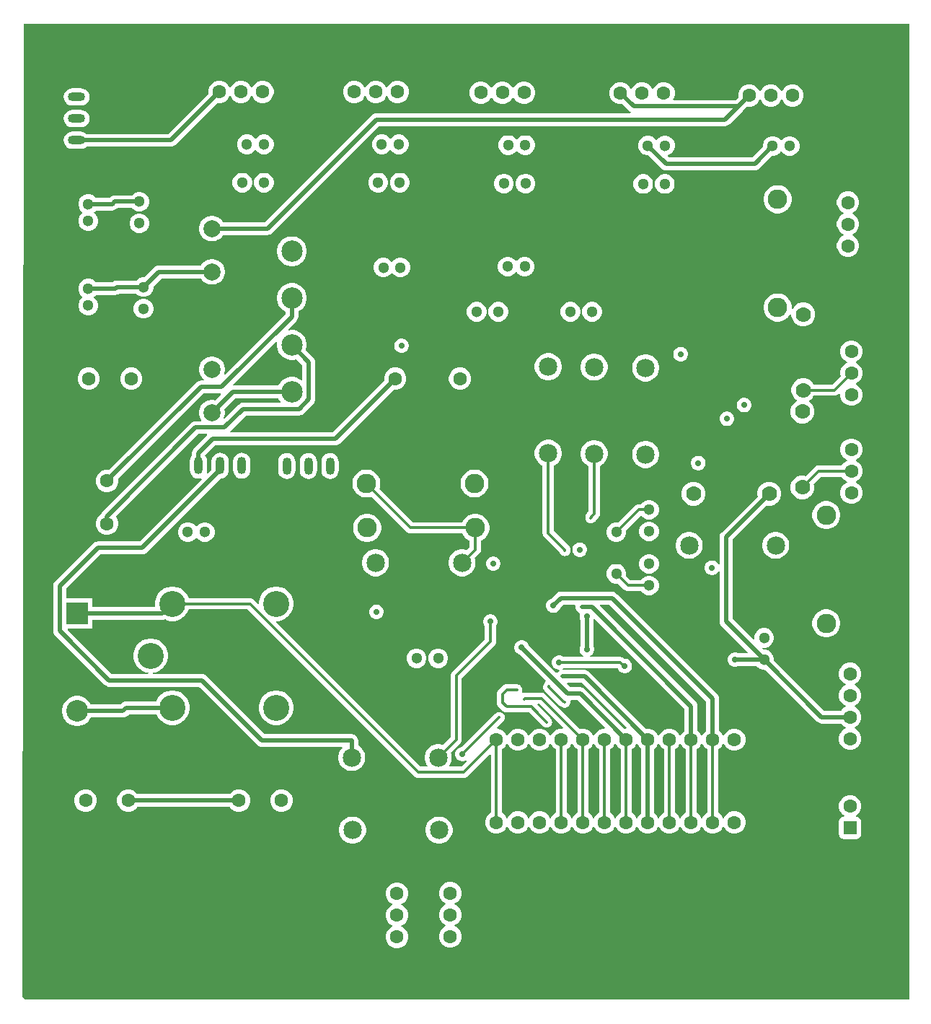
<source format=gbl>
G04*
G04 #@! TF.GenerationSoftware,Altium Limited,Altium Designer,23.7.1 (13)*
G04*
G04 Layer_Physical_Order=4*
G04 Layer_Color=16711680*
%FSLAX44Y44*%
%MOMM*%
G71*
G04*
G04 #@! TF.SameCoordinates,08080B6D-4C5C-4958-99E3-925CFEBC34A3*
G04*
G04*
G04 #@! TF.FilePolarity,Positive*
G04*
G01*
G75*
%ADD10C,0.3000*%
%ADD50C,0.5000*%
%ADD51C,1.6000*%
%ADD52C,1.3000*%
%ADD53C,2.1590*%
%ADD54C,1.7780*%
%ADD55C,2.2860*%
%ADD56O,1.0160X2.0320*%
%ADD57C,2.5000*%
%ADD58C,2.5400*%
%ADD59R,2.5400X2.5400*%
%ADD60C,2.0000*%
G04:AMPARAMS|DCode=61|XSize=1.6mm|YSize=1.6mm|CornerRadius=0.08mm|HoleSize=0mm|Usage=FLASHONLY|Rotation=90.000|XOffset=0mm|YOffset=0mm|HoleType=Round|Shape=RoundedRectangle|*
%AMROUNDEDRECTD61*
21,1,1.6000,1.4400,0,0,90.0*
21,1,1.4400,1.6000,0,0,90.0*
1,1,0.1600,0.7200,0.7200*
1,1,0.1600,0.7200,-0.7200*
1,1,0.1600,-0.7200,-0.7200*
1,1,0.1600,-0.7200,0.7200*
%
%ADD61ROUNDEDRECTD61*%
%ADD62O,2.0320X1.0160*%
%ADD63C,3.0480*%
%ADD64C,0.7000*%
G36*
X1669000Y1316000D02*
X1669000Y1316000D01*
Y171500D01*
X631065D01*
X627500Y175065D01*
X629715Y1316000D01*
X1669000D01*
D02*
G37*
%LPC*%
G36*
X1069927Y1249510D02*
X1066504D01*
X1063197Y1248624D01*
X1060233Y1246913D01*
X1057813Y1244492D01*
X1056199Y1241697D01*
X1055515Y1241606D01*
X1054832Y1241697D01*
X1053218Y1244492D01*
X1050797Y1246913D01*
X1047833Y1248624D01*
X1044527Y1249510D01*
X1041104D01*
X1037797Y1248624D01*
X1034833Y1246913D01*
X1032413Y1244492D01*
X1030799Y1241697D01*
X1030115Y1241606D01*
X1029432Y1241697D01*
X1027818Y1244492D01*
X1025397Y1246913D01*
X1022433Y1248624D01*
X1019127Y1249510D01*
X1015704D01*
X1012398Y1248624D01*
X1009433Y1246913D01*
X1007013Y1244492D01*
X1005301Y1241528D01*
X1004415Y1238222D01*
Y1234799D01*
X1005301Y1231492D01*
X1007013Y1228528D01*
X1009433Y1226107D01*
X1012398Y1224396D01*
X1015704Y1223510D01*
X1019127D01*
X1022433Y1224396D01*
X1025397Y1226107D01*
X1027818Y1228528D01*
X1029432Y1231323D01*
X1030115Y1231414D01*
X1030799Y1231323D01*
X1032413Y1228528D01*
X1034833Y1226107D01*
X1037797Y1224396D01*
X1041104Y1223510D01*
X1044527D01*
X1047833Y1224396D01*
X1050797Y1226107D01*
X1053218Y1228528D01*
X1054832Y1231323D01*
X1055515Y1231414D01*
X1056199Y1231323D01*
X1057813Y1228528D01*
X1060233Y1226107D01*
X1063197Y1224396D01*
X1066504Y1223510D01*
X1069927D01*
X1073233Y1224396D01*
X1076197Y1226107D01*
X1078618Y1228528D01*
X1080329Y1231492D01*
X1081215Y1234799D01*
Y1238222D01*
X1080329Y1241528D01*
X1078618Y1244492D01*
X1076197Y1246913D01*
X1073233Y1248624D01*
X1069927Y1249510D01*
D02*
G37*
G36*
X911494D02*
X908071D01*
X904765Y1248624D01*
X901801Y1246913D01*
X899380Y1244492D01*
X897766Y1241697D01*
X897083Y1241606D01*
X896399Y1241697D01*
X894785Y1244492D01*
X892365Y1246913D01*
X889401Y1248624D01*
X886094Y1249510D01*
X882671D01*
X879365Y1248624D01*
X876401Y1246913D01*
X873980Y1244492D01*
X872366Y1241697D01*
X871683Y1241606D01*
X870999Y1241697D01*
X869385Y1244492D01*
X866965Y1246913D01*
X864001Y1248624D01*
X860694Y1249510D01*
X857271D01*
X853965Y1248624D01*
X851001Y1246913D01*
X848580Y1244492D01*
X846869Y1241528D01*
X845983Y1238222D01*
Y1234799D01*
X846108Y1234333D01*
X799009Y1187235D01*
X703210D01*
X701594Y1188475D01*
X699142Y1189491D01*
X696510Y1189837D01*
X686350D01*
X683719Y1189491D01*
X681267Y1188475D01*
X679161Y1186859D01*
X677545Y1184753D01*
X676530Y1182301D01*
X676183Y1179670D01*
X676530Y1177039D01*
X677545Y1174586D01*
X679161Y1172481D01*
X681267Y1170865D01*
X683719Y1169849D01*
X686350Y1169503D01*
X696510D01*
X699142Y1169849D01*
X701594Y1170865D01*
X703210Y1172105D01*
X802143D01*
X804101Y1172363D01*
X805925Y1173119D01*
X807492Y1174321D01*
X856806Y1223635D01*
X857271Y1223510D01*
X860694D01*
X864001Y1224396D01*
X866965Y1226107D01*
X869385Y1228528D01*
X870999Y1231323D01*
X871683Y1231414D01*
X872366Y1231323D01*
X873980Y1228528D01*
X876401Y1226107D01*
X879365Y1224396D01*
X882671Y1223510D01*
X886094D01*
X889401Y1224396D01*
X892365Y1226107D01*
X894785Y1228528D01*
X896399Y1231323D01*
X897083Y1231414D01*
X897766Y1231323D01*
X899380Y1228528D01*
X901801Y1226107D01*
X904765Y1224396D01*
X908071Y1223510D01*
X911494D01*
X914801Y1224396D01*
X917765Y1226107D01*
X920185Y1228528D01*
X921897Y1231492D01*
X922783Y1234799D01*
Y1238222D01*
X921897Y1241528D01*
X920185Y1244492D01*
X917765Y1246913D01*
X914801Y1248624D01*
X911494Y1249510D01*
D02*
G37*
G36*
X1218292Y1248510D02*
X1214869D01*
X1211562Y1247624D01*
X1208598Y1245912D01*
X1206178Y1243492D01*
X1204564Y1240697D01*
X1203880Y1240606D01*
X1203197Y1240697D01*
X1201583Y1243492D01*
X1199162Y1245912D01*
X1196198Y1247624D01*
X1192892Y1248510D01*
X1189469D01*
X1186162Y1247624D01*
X1183198Y1245912D01*
X1180778Y1243492D01*
X1179164Y1240697D01*
X1178480Y1240606D01*
X1177797Y1240697D01*
X1176183Y1243492D01*
X1173762Y1245912D01*
X1170798Y1247624D01*
X1167492Y1248510D01*
X1164069D01*
X1160762Y1247624D01*
X1157798Y1245912D01*
X1155378Y1243492D01*
X1153666Y1240528D01*
X1152780Y1237221D01*
Y1233798D01*
X1153666Y1230492D01*
X1155378Y1227528D01*
X1157798Y1225107D01*
X1160762Y1223396D01*
X1164069Y1222510D01*
X1167492D01*
X1170798Y1223396D01*
X1173762Y1225107D01*
X1176183Y1227528D01*
X1177797Y1230323D01*
X1178480Y1230414D01*
X1179164Y1230323D01*
X1180778Y1227528D01*
X1183198Y1225107D01*
X1186162Y1223396D01*
X1189469Y1222510D01*
X1192892D01*
X1196198Y1223396D01*
X1199162Y1225107D01*
X1201583Y1227528D01*
X1203197Y1230323D01*
X1203880Y1230414D01*
X1204564Y1230323D01*
X1206178Y1227528D01*
X1208598Y1225107D01*
X1211562Y1223396D01*
X1214869Y1222510D01*
X1218292D01*
X1221598Y1223396D01*
X1224562Y1225107D01*
X1226983Y1227528D01*
X1228694Y1230492D01*
X1229580Y1233798D01*
Y1237221D01*
X1228694Y1240528D01*
X1226983Y1243492D01*
X1224562Y1245912D01*
X1221598Y1247624D01*
X1218292Y1248510D01*
D02*
G37*
G36*
X1382359Y1248010D02*
X1378936D01*
X1375630Y1247124D01*
X1372665Y1245413D01*
X1370245Y1242992D01*
X1368631Y1240197D01*
X1367948Y1240106D01*
X1367264Y1240197D01*
X1365650Y1242992D01*
X1363230Y1245413D01*
X1360265Y1247124D01*
X1356959Y1248010D01*
X1353536D01*
X1350230Y1247124D01*
X1347265Y1245413D01*
X1344845Y1242992D01*
X1343231Y1240197D01*
X1342547Y1240106D01*
X1341864Y1240197D01*
X1340250Y1242992D01*
X1337830Y1245413D01*
X1334865Y1247124D01*
X1331559Y1248010D01*
X1328136D01*
X1324830Y1247124D01*
X1321865Y1245413D01*
X1319445Y1242992D01*
X1317733Y1240028D01*
X1316848Y1236721D01*
Y1233298D01*
X1317733Y1229992D01*
X1319445Y1227028D01*
X1321865Y1224607D01*
X1324830Y1222896D01*
X1328136Y1222010D01*
X1331559D01*
X1332025Y1222135D01*
X1340054Y1214105D01*
X1341621Y1212903D01*
X1341882Y1212795D01*
X1341629Y1211525D01*
X1043432D01*
X1041474Y1211267D01*
X1039650Y1210511D01*
X1038083Y1209309D01*
X912439Y1083665D01*
X863236D01*
X861901Y1085662D01*
X859812Y1087751D01*
X857355Y1089393D01*
X854626Y1090524D01*
X851728Y1091100D01*
X848773D01*
X845875Y1090524D01*
X843145Y1089393D01*
X840688Y1087751D01*
X838599Y1085662D01*
X836957Y1083205D01*
X835827Y1080475D01*
X835250Y1077577D01*
Y1074623D01*
X835827Y1071725D01*
X836957Y1068995D01*
X838599Y1066538D01*
X840688Y1064449D01*
X843145Y1062807D01*
X845875Y1061676D01*
X848773Y1061100D01*
X851728D01*
X854626Y1061676D01*
X857355Y1062807D01*
X859812Y1064449D01*
X861901Y1066538D01*
X863236Y1068535D01*
X915572D01*
X917530Y1068793D01*
X919354Y1069549D01*
X920921Y1070751D01*
X1046565Y1196395D01*
X1452710D01*
X1454668Y1196653D01*
X1456493Y1197409D01*
X1458059Y1198611D01*
X1473553Y1214105D01*
X1473553Y1214105D01*
X1478873Y1219425D01*
X1479339Y1219300D01*
X1482762D01*
X1486068Y1220186D01*
X1489032Y1221897D01*
X1491453Y1224318D01*
X1493067Y1227113D01*
X1493750Y1227204D01*
X1494434Y1227113D01*
X1496048Y1224318D01*
X1498468Y1221897D01*
X1501432Y1220186D01*
X1504739Y1219300D01*
X1508162D01*
X1511468Y1220186D01*
X1514432Y1221897D01*
X1516853Y1224318D01*
X1518467Y1227113D01*
X1519150Y1227204D01*
X1519834Y1227113D01*
X1521448Y1224318D01*
X1523868Y1221897D01*
X1526832Y1220186D01*
X1530139Y1219300D01*
X1533562D01*
X1536868Y1220186D01*
X1539832Y1221897D01*
X1542253Y1224318D01*
X1543964Y1227282D01*
X1544850Y1230588D01*
Y1234011D01*
X1543964Y1237318D01*
X1542253Y1240282D01*
X1539832Y1242702D01*
X1536868Y1244414D01*
X1533562Y1245300D01*
X1530139D01*
X1526832Y1244414D01*
X1523868Y1242702D01*
X1521448Y1240282D01*
X1519834Y1237487D01*
X1519150Y1237396D01*
X1518467Y1237487D01*
X1516853Y1240282D01*
X1514432Y1242702D01*
X1511468Y1244414D01*
X1508162Y1245300D01*
X1504739D01*
X1501432Y1244414D01*
X1498468Y1242702D01*
X1496048Y1240282D01*
X1494434Y1237487D01*
X1493750Y1237396D01*
X1493067Y1237487D01*
X1491453Y1240282D01*
X1489032Y1242702D01*
X1486068Y1244414D01*
X1482762Y1245300D01*
X1479339D01*
X1476032Y1244414D01*
X1473068Y1242702D01*
X1470648Y1240282D01*
X1468936Y1237318D01*
X1468050Y1234011D01*
Y1230588D01*
X1468175Y1230123D01*
X1465071Y1227019D01*
X1392511D01*
X1391778Y1228289D01*
X1392762Y1229992D01*
X1393647Y1233298D01*
Y1236721D01*
X1392762Y1240028D01*
X1391050Y1242992D01*
X1388630Y1245413D01*
X1385665Y1247124D01*
X1382359Y1248010D01*
D02*
G37*
G36*
X696510Y1240637D02*
X686350D01*
X683719Y1240291D01*
X681267Y1239275D01*
X679161Y1237659D01*
X677545Y1235554D01*
X676530Y1233101D01*
X676183Y1230470D01*
X676530Y1227839D01*
X677545Y1225387D01*
X679161Y1223281D01*
X681267Y1221665D01*
X683719Y1220649D01*
X686350Y1220303D01*
X696510D01*
X699142Y1220649D01*
X701594Y1221665D01*
X703699Y1223281D01*
X705315Y1225387D01*
X706331Y1227839D01*
X706677Y1230470D01*
X706331Y1233101D01*
X705315Y1235554D01*
X703699Y1237659D01*
X701594Y1239275D01*
X699142Y1240291D01*
X696510Y1240637D01*
D02*
G37*
G36*
Y1215237D02*
X686350D01*
X683719Y1214891D01*
X681267Y1213875D01*
X679161Y1212259D01*
X677545Y1210154D01*
X676530Y1207701D01*
X676183Y1205070D01*
X676530Y1202439D01*
X677545Y1199986D01*
X679161Y1197881D01*
X681267Y1196265D01*
X683719Y1195249D01*
X686350Y1194903D01*
X696510D01*
X699142Y1195249D01*
X701594Y1196265D01*
X703699Y1197881D01*
X705315Y1199986D01*
X706331Y1202439D01*
X706677Y1205070D01*
X706331Y1207701D01*
X705315Y1210154D01*
X703699Y1212259D01*
X701594Y1213875D01*
X699142Y1214891D01*
X696510Y1215237D01*
D02*
G37*
G36*
X1071229Y1186500D02*
X1068201D01*
X1065276Y1185716D01*
X1062654Y1184202D01*
X1060513Y1182061D01*
X1060350Y1181779D01*
X1059080D01*
X1058917Y1182061D01*
X1056776Y1184202D01*
X1054154Y1185716D01*
X1051229Y1186500D01*
X1048201D01*
X1045276Y1185716D01*
X1042654Y1184202D01*
X1040513Y1182061D01*
X1038999Y1179439D01*
X1038215Y1176514D01*
Y1173486D01*
X1038999Y1170561D01*
X1040513Y1167939D01*
X1042654Y1165798D01*
X1045276Y1164284D01*
X1048201Y1163500D01*
X1051229D01*
X1054154Y1164284D01*
X1056776Y1165798D01*
X1058917Y1167939D01*
X1059080Y1168221D01*
X1060350D01*
X1060513Y1167939D01*
X1062654Y1165798D01*
X1065276Y1164284D01*
X1068201Y1163500D01*
X1071229D01*
X1074154Y1164284D01*
X1076776Y1165798D01*
X1078917Y1167939D01*
X1080431Y1170561D01*
X1081215Y1173486D01*
Y1176514D01*
X1080431Y1179439D01*
X1078917Y1182061D01*
X1076776Y1184202D01*
X1074154Y1185716D01*
X1071229Y1186500D01*
D02*
G37*
G36*
X912796D02*
X909768D01*
X906844Y1185716D01*
X904221Y1184202D01*
X902080Y1182061D01*
X901917Y1181779D01*
X900647D01*
X900485Y1182061D01*
X898344Y1184202D01*
X895721Y1185716D01*
X892796Y1186500D01*
X889769D01*
X886844Y1185716D01*
X884221Y1184202D01*
X882080Y1182061D01*
X880566Y1179439D01*
X879782Y1176514D01*
Y1173486D01*
X880566Y1170561D01*
X882080Y1167939D01*
X884221Y1165798D01*
X886844Y1164284D01*
X889769Y1163500D01*
X892796D01*
X895721Y1164284D01*
X898344Y1165798D01*
X900485Y1167939D01*
X900647Y1168221D01*
X901917D01*
X902080Y1167939D01*
X904221Y1165798D01*
X906844Y1164284D01*
X909768Y1163500D01*
X912796D01*
X915721Y1164284D01*
X918344Y1165798D01*
X920485Y1167939D01*
X921999Y1170561D01*
X922782Y1173486D01*
Y1176514D01*
X921999Y1179439D01*
X920485Y1182061D01*
X918344Y1184202D01*
X915721Y1185716D01*
X912796Y1186500D01*
D02*
G37*
G36*
X1219594Y1185500D02*
X1216566D01*
X1213642Y1184716D01*
X1211019Y1183203D01*
X1208878Y1181061D01*
X1208715Y1180779D01*
X1207445D01*
X1207282Y1181061D01*
X1205141Y1183203D01*
X1202519Y1184716D01*
X1199594Y1185500D01*
X1196566D01*
X1193641Y1184716D01*
X1191019Y1183203D01*
X1188878Y1181061D01*
X1187364Y1178439D01*
X1186580Y1175514D01*
Y1172486D01*
X1187364Y1169561D01*
X1188878Y1166939D01*
X1191019Y1164798D01*
X1193641Y1163284D01*
X1196566Y1162500D01*
X1199594D01*
X1202519Y1163284D01*
X1205141Y1164798D01*
X1207282Y1166939D01*
X1207445Y1167221D01*
X1208715D01*
X1208878Y1166939D01*
X1211019Y1164798D01*
X1213642Y1163284D01*
X1216566Y1162500D01*
X1219594D01*
X1222519Y1163284D01*
X1225142Y1164798D01*
X1227283Y1166939D01*
X1228797Y1169561D01*
X1229580Y1172486D01*
Y1175514D01*
X1228797Y1178439D01*
X1227283Y1181061D01*
X1225142Y1183203D01*
X1222519Y1184716D01*
X1219594Y1185500D01*
D02*
G37*
G36*
X1383662Y1185000D02*
X1380634D01*
X1377709Y1184216D01*
X1375087Y1182702D01*
X1372945Y1180561D01*
X1372783Y1180279D01*
X1371513D01*
X1371350Y1180561D01*
X1369209Y1182702D01*
X1366586Y1184216D01*
X1363662Y1185000D01*
X1360634D01*
X1357709Y1184216D01*
X1355087Y1182702D01*
X1352945Y1180561D01*
X1351431Y1177939D01*
X1350648Y1175014D01*
Y1171986D01*
X1351431Y1169061D01*
X1352945Y1166439D01*
X1355087Y1164297D01*
X1357709Y1162784D01*
X1360634Y1162000D01*
X1362950D01*
X1378154Y1146795D01*
X1378154Y1146795D01*
X1379721Y1145593D01*
X1381546Y1144837D01*
X1383504Y1144579D01*
X1487644D01*
X1489602Y1144837D01*
X1491426Y1145593D01*
X1492993Y1146795D01*
X1507698Y1161500D01*
X1510014D01*
X1512939Y1162284D01*
X1515561Y1163798D01*
X1517702Y1165939D01*
X1517865Y1166221D01*
X1519135D01*
X1519298Y1165939D01*
X1521439Y1163798D01*
X1524061Y1162284D01*
X1526986Y1161500D01*
X1530014D01*
X1532939Y1162284D01*
X1535561Y1163798D01*
X1537702Y1165939D01*
X1539216Y1168561D01*
X1540000Y1171486D01*
Y1174514D01*
X1539216Y1177439D01*
X1537702Y1180061D01*
X1535561Y1182202D01*
X1532939Y1183716D01*
X1530014Y1184500D01*
X1526986D01*
X1524061Y1183716D01*
X1521439Y1182202D01*
X1519298Y1180061D01*
X1519135Y1179779D01*
X1517865D01*
X1517702Y1180061D01*
X1515561Y1182202D01*
X1512939Y1183716D01*
X1510014Y1184500D01*
X1506986D01*
X1504061Y1183716D01*
X1501439Y1182202D01*
X1499298Y1180061D01*
X1497784Y1177439D01*
X1497000Y1174514D01*
Y1172198D01*
X1484510Y1159709D01*
X1386637D01*
X1385099Y1161246D01*
X1385428Y1162473D01*
X1386586Y1162784D01*
X1389209Y1164297D01*
X1391350Y1166439D01*
X1392864Y1169061D01*
X1393648Y1171986D01*
Y1175014D01*
X1392864Y1177939D01*
X1391350Y1180561D01*
X1389209Y1182702D01*
X1386586Y1184216D01*
X1383662Y1185000D01*
D02*
G37*
G36*
X1072314Y1141500D02*
X1069286D01*
X1066361Y1140716D01*
X1063739Y1139202D01*
X1061598Y1137061D01*
X1060084Y1134439D01*
X1059300Y1131514D01*
Y1128486D01*
X1060084Y1125561D01*
X1061598Y1122939D01*
X1063739Y1120798D01*
X1066361Y1119284D01*
X1069286Y1118500D01*
X1072314D01*
X1075239Y1119284D01*
X1077861Y1120798D01*
X1080002Y1122939D01*
X1081516Y1125561D01*
X1082300Y1128486D01*
Y1131514D01*
X1081516Y1134439D01*
X1080002Y1137061D01*
X1077861Y1139202D01*
X1075239Y1140716D01*
X1072314Y1141500D01*
D02*
G37*
G36*
X1046914D02*
X1043886D01*
X1040961Y1140716D01*
X1038339Y1139202D01*
X1036198Y1137061D01*
X1034684Y1134439D01*
X1033900Y1131514D01*
Y1128486D01*
X1034684Y1125561D01*
X1036198Y1122939D01*
X1038339Y1120798D01*
X1040961Y1119284D01*
X1043886Y1118500D01*
X1046914D01*
X1049839Y1119284D01*
X1052461Y1120798D01*
X1054602Y1122939D01*
X1056116Y1125561D01*
X1056900Y1128486D01*
Y1131514D01*
X1056116Y1134439D01*
X1054602Y1137061D01*
X1052461Y1139202D01*
X1049839Y1140716D01*
X1046914Y1141500D01*
D02*
G37*
G36*
X912914D02*
X909886D01*
X906961Y1140716D01*
X904339Y1139202D01*
X902198Y1137061D01*
X900684Y1134439D01*
X899900Y1131514D01*
Y1128486D01*
X900684Y1125561D01*
X902198Y1122939D01*
X904339Y1120798D01*
X906961Y1119284D01*
X909886Y1118500D01*
X912914D01*
X915839Y1119284D01*
X918461Y1120798D01*
X920602Y1122939D01*
X922116Y1125561D01*
X922900Y1128486D01*
Y1131514D01*
X922116Y1134439D01*
X920602Y1137061D01*
X918461Y1139202D01*
X915839Y1140716D01*
X912914Y1141500D01*
D02*
G37*
G36*
X887514D02*
X884486D01*
X881561Y1140716D01*
X878939Y1139202D01*
X876798Y1137061D01*
X875284Y1134439D01*
X874500Y1131514D01*
Y1128486D01*
X875284Y1125561D01*
X876798Y1122939D01*
X878939Y1120798D01*
X881561Y1119284D01*
X884486Y1118500D01*
X887514D01*
X890439Y1119284D01*
X893061Y1120798D01*
X895202Y1122939D01*
X896717Y1125561D01*
X897500Y1128486D01*
Y1131514D01*
X896717Y1134439D01*
X895202Y1137061D01*
X893061Y1139202D01*
X890439Y1140716D01*
X887514Y1141500D01*
D02*
G37*
G36*
X1220014Y1140500D02*
X1216986D01*
X1214061Y1139716D01*
X1211439Y1138202D01*
X1209298Y1136061D01*
X1207784Y1133439D01*
X1207000Y1130514D01*
Y1127486D01*
X1207784Y1124561D01*
X1209298Y1121939D01*
X1211439Y1119798D01*
X1214061Y1118284D01*
X1216986Y1117500D01*
X1220014D01*
X1222939Y1118284D01*
X1225561Y1119798D01*
X1227702Y1121939D01*
X1229216Y1124561D01*
X1230000Y1127486D01*
Y1130514D01*
X1229216Y1133439D01*
X1227702Y1136061D01*
X1225561Y1138202D01*
X1222939Y1139716D01*
X1220014Y1140500D01*
D02*
G37*
G36*
X1194614D02*
X1191586D01*
X1188661Y1139716D01*
X1186039Y1138202D01*
X1183898Y1136061D01*
X1182384Y1133439D01*
X1181600Y1130514D01*
Y1127486D01*
X1182384Y1124561D01*
X1183898Y1121939D01*
X1186039Y1119798D01*
X1188661Y1118284D01*
X1191586Y1117500D01*
X1194614D01*
X1197539Y1118284D01*
X1200161Y1119798D01*
X1202302Y1121939D01*
X1203816Y1124561D01*
X1204600Y1127486D01*
Y1130514D01*
X1203816Y1133439D01*
X1202302Y1136061D01*
X1200161Y1138202D01*
X1197539Y1139716D01*
X1194614Y1140500D01*
D02*
G37*
G36*
X1383514Y1140000D02*
X1380486D01*
X1377561Y1139216D01*
X1374939Y1137702D01*
X1372798Y1135561D01*
X1371284Y1132939D01*
X1370500Y1130014D01*
Y1126986D01*
X1371284Y1124061D01*
X1372798Y1121439D01*
X1374939Y1119298D01*
X1377561Y1117784D01*
X1380486Y1117000D01*
X1383514D01*
X1386439Y1117784D01*
X1389061Y1119298D01*
X1391203Y1121439D01*
X1392717Y1124061D01*
X1393500Y1126986D01*
Y1130014D01*
X1392717Y1132939D01*
X1391203Y1135561D01*
X1389061Y1137702D01*
X1386439Y1139216D01*
X1383514Y1140000D01*
D02*
G37*
G36*
X1358114D02*
X1355086D01*
X1352162Y1139216D01*
X1349539Y1137702D01*
X1347398Y1135561D01*
X1345884Y1132939D01*
X1345100Y1130014D01*
Y1126986D01*
X1345884Y1124061D01*
X1347398Y1121439D01*
X1349539Y1119298D01*
X1352162Y1117784D01*
X1355086Y1117000D01*
X1358114D01*
X1361039Y1117784D01*
X1363661Y1119298D01*
X1365803Y1121439D01*
X1367317Y1124061D01*
X1368100Y1126986D01*
Y1130014D01*
X1367317Y1132939D01*
X1365803Y1135561D01*
X1363661Y1137702D01*
X1361039Y1139216D01*
X1358114Y1140000D01*
D02*
G37*
G36*
X766514Y1119200D02*
X763486D01*
X760561Y1118416D01*
X757939Y1116902D01*
X756301Y1115265D01*
X736252D01*
X736252Y1115265D01*
X735273Y1115136D01*
X734294Y1115007D01*
X732470Y1114251D01*
X730903Y1113049D01*
X730419Y1112565D01*
X713699D01*
X712061Y1114202D01*
X709439Y1115716D01*
X706514Y1116500D01*
X703486D01*
X700561Y1115716D01*
X697939Y1114202D01*
X695798Y1112061D01*
X694284Y1109439D01*
X693500Y1106514D01*
Y1103486D01*
X694284Y1100561D01*
X695798Y1097939D01*
X697939Y1095798D01*
X698221Y1095635D01*
Y1094365D01*
X697939Y1094202D01*
X695798Y1092061D01*
X694284Y1089439D01*
X693500Y1086514D01*
Y1083486D01*
X694284Y1080561D01*
X695798Y1077939D01*
X697939Y1075798D01*
X700561Y1074284D01*
X703486Y1073500D01*
X706514D01*
X709439Y1074284D01*
X712061Y1075798D01*
X714202Y1077939D01*
X715716Y1080561D01*
X716500Y1083486D01*
Y1086514D01*
X715716Y1089439D01*
X714202Y1092061D01*
X712061Y1094202D01*
X711779Y1094365D01*
Y1095635D01*
X712061Y1095798D01*
X713699Y1097435D01*
X733552D01*
X735510Y1097693D01*
X737334Y1098449D01*
X738901Y1099651D01*
X739385Y1100135D01*
X756301D01*
X757939Y1098498D01*
X760561Y1096984D01*
X763486Y1096200D01*
X766514D01*
X769439Y1096984D01*
X772061Y1098498D01*
X774202Y1100639D01*
X775716Y1103261D01*
X776500Y1106186D01*
Y1109214D01*
X775716Y1112139D01*
X774202Y1114761D01*
X772061Y1116902D01*
X769439Y1118416D01*
X766514Y1119200D01*
D02*
G37*
G36*
X1516118Y1126930D02*
X1512882D01*
X1509707Y1126299D01*
X1506717Y1125060D01*
X1504026Y1123262D01*
X1501738Y1120974D01*
X1499940Y1118283D01*
X1498701Y1115293D01*
X1498070Y1112118D01*
Y1108882D01*
X1498701Y1105708D01*
X1499940Y1102718D01*
X1501738Y1100027D01*
X1504026Y1097738D01*
X1506717Y1095940D01*
X1509707Y1094702D01*
X1512882Y1094070D01*
X1516118D01*
X1519292Y1094702D01*
X1522282Y1095940D01*
X1524973Y1097738D01*
X1527262Y1100027D01*
X1529060Y1102718D01*
X1530298Y1105708D01*
X1530930Y1108882D01*
Y1112118D01*
X1530298Y1115293D01*
X1529060Y1118283D01*
X1527262Y1120974D01*
X1524973Y1123262D01*
X1522282Y1125060D01*
X1519292Y1126299D01*
X1516118Y1126930D01*
D02*
G37*
G36*
X766514Y1093800D02*
X763486D01*
X760561Y1093016D01*
X757939Y1091502D01*
X755798Y1089361D01*
X754284Y1086739D01*
X753500Y1083814D01*
Y1080786D01*
X754284Y1077861D01*
X755798Y1075239D01*
X757939Y1073098D01*
X760561Y1071584D01*
X763486Y1070800D01*
X766514D01*
X769439Y1071584D01*
X772061Y1073098D01*
X774202Y1075239D01*
X775716Y1077861D01*
X776500Y1080786D01*
Y1083814D01*
X775716Y1086739D01*
X774202Y1089361D01*
X772061Y1091502D01*
X769439Y1093016D01*
X766514Y1093800D01*
D02*
G37*
G36*
X1598712Y1119800D02*
X1595289D01*
X1591982Y1118914D01*
X1589018Y1117203D01*
X1586597Y1114782D01*
X1584886Y1111818D01*
X1584000Y1108511D01*
Y1105088D01*
X1584886Y1101782D01*
X1586597Y1098818D01*
X1589018Y1096397D01*
X1591813Y1094783D01*
X1591904Y1094100D01*
X1591813Y1093416D01*
X1589018Y1091803D01*
X1586597Y1089382D01*
X1584886Y1086418D01*
X1584000Y1083111D01*
Y1079688D01*
X1584886Y1076382D01*
X1586597Y1073418D01*
X1589018Y1070997D01*
X1591813Y1069383D01*
X1591904Y1068700D01*
X1591813Y1068016D01*
X1589018Y1066403D01*
X1586597Y1063982D01*
X1584886Y1061018D01*
X1584000Y1057711D01*
Y1054288D01*
X1584886Y1050982D01*
X1586597Y1048018D01*
X1589018Y1045597D01*
X1591982Y1043886D01*
X1595289Y1043000D01*
X1598712D01*
X1602018Y1043886D01*
X1604982Y1045597D01*
X1607403Y1048018D01*
X1609114Y1050982D01*
X1610000Y1054288D01*
Y1057711D01*
X1609114Y1061018D01*
X1607403Y1063982D01*
X1604982Y1066403D01*
X1602187Y1068016D01*
X1602096Y1068700D01*
X1602187Y1069383D01*
X1604982Y1070997D01*
X1607403Y1073418D01*
X1609114Y1076382D01*
X1610000Y1079688D01*
Y1083111D01*
X1609114Y1086418D01*
X1607403Y1089382D01*
X1604982Y1091803D01*
X1602187Y1093416D01*
X1602096Y1094100D01*
X1602187Y1094783D01*
X1604982Y1096397D01*
X1607403Y1098818D01*
X1609114Y1101782D01*
X1610000Y1105088D01*
Y1108511D01*
X1609114Y1111818D01*
X1607403Y1114782D01*
X1604982Y1117203D01*
X1602018Y1118914D01*
X1598712Y1119800D01*
D02*
G37*
G36*
X1219014Y1043000D02*
X1215986D01*
X1213061Y1042216D01*
X1210439Y1040702D01*
X1208298Y1038561D01*
X1208135Y1038279D01*
X1206865D01*
X1206702Y1038561D01*
X1204561Y1040702D01*
X1201939Y1042216D01*
X1199014Y1043000D01*
X1195986D01*
X1193061Y1042216D01*
X1190439Y1040702D01*
X1188298Y1038561D01*
X1186784Y1035939D01*
X1186000Y1033014D01*
Y1029986D01*
X1186784Y1027061D01*
X1188298Y1024439D01*
X1190439Y1022298D01*
X1193061Y1020784D01*
X1195986Y1020000D01*
X1199014D01*
X1201939Y1020784D01*
X1204561Y1022298D01*
X1206702Y1024439D01*
X1206865Y1024721D01*
X1208135D01*
X1208298Y1024439D01*
X1210439Y1022298D01*
X1213061Y1020784D01*
X1215986Y1020000D01*
X1219014D01*
X1221939Y1020784D01*
X1224561Y1022298D01*
X1226702Y1024439D01*
X1228216Y1027061D01*
X1229000Y1029986D01*
Y1033014D01*
X1228216Y1035939D01*
X1226702Y1038561D01*
X1224561Y1040702D01*
X1221939Y1042216D01*
X1219014Y1043000D01*
D02*
G37*
G36*
X1073014Y1042000D02*
X1069986D01*
X1067061Y1041216D01*
X1064439Y1039702D01*
X1062298Y1037561D01*
X1062135Y1037279D01*
X1060865D01*
X1060702Y1037561D01*
X1058561Y1039702D01*
X1055939Y1041216D01*
X1053014Y1042000D01*
X1049986D01*
X1047061Y1041216D01*
X1044439Y1039702D01*
X1042298Y1037561D01*
X1040784Y1034939D01*
X1040000Y1032014D01*
Y1028986D01*
X1040784Y1026061D01*
X1042298Y1023439D01*
X1044439Y1021298D01*
X1047061Y1019784D01*
X1049986Y1019000D01*
X1053014D01*
X1055939Y1019784D01*
X1058561Y1021298D01*
X1060702Y1023439D01*
X1060865Y1023720D01*
X1062135D01*
X1062298Y1023439D01*
X1064439Y1021298D01*
X1067061Y1019784D01*
X1069986Y1019000D01*
X1073014D01*
X1075939Y1019784D01*
X1078561Y1021298D01*
X1080702Y1023439D01*
X1082216Y1026061D01*
X1083000Y1028986D01*
Y1032014D01*
X1082216Y1034939D01*
X1080702Y1037561D01*
X1078561Y1039702D01*
X1075939Y1041216D01*
X1073014Y1042000D01*
D02*
G37*
G36*
X945724Y1067000D02*
X942277D01*
X938896Y1066328D01*
X935711Y1065008D01*
X932844Y1063093D01*
X930407Y1060656D01*
X928492Y1057789D01*
X927173Y1054605D01*
X926500Y1051224D01*
Y1047776D01*
X927173Y1044396D01*
X928492Y1041211D01*
X930407Y1038344D01*
X932844Y1035907D01*
X935711Y1033992D01*
X938896Y1032673D01*
X942277Y1032000D01*
X945724D01*
X949105Y1032673D01*
X952290Y1033992D01*
X955156Y1035907D01*
X957593Y1038344D01*
X959508Y1041211D01*
X960828Y1044396D01*
X961500Y1047776D01*
Y1051224D01*
X960828Y1054605D01*
X959508Y1057789D01*
X957593Y1060656D01*
X955156Y1063093D01*
X952290Y1065008D01*
X949105Y1066328D01*
X945724Y1067000D01*
D02*
G37*
G36*
X851728Y1040300D02*
X848773D01*
X845875Y1039724D01*
X843145Y1038593D01*
X840688Y1036951D01*
X838599Y1034862D01*
X837264Y1032865D01*
X787801D01*
X785843Y1032607D01*
X784019Y1031851D01*
X782452Y1030649D01*
X782452Y1030649D01*
X770802Y1018999D01*
X768486D01*
X765561Y1018215D01*
X762939Y1016701D01*
X761301Y1015063D01*
X738339D01*
X736381Y1014806D01*
X734557Y1014050D01*
X733611Y1013324D01*
X713699D01*
X712061Y1014962D01*
X709439Y1016476D01*
X706514Y1017260D01*
X703486D01*
X700561Y1016476D01*
X697939Y1014962D01*
X695798Y1012821D01*
X694284Y1010199D01*
X693500Y1007274D01*
Y1004246D01*
X694284Y1001321D01*
X695798Y998699D01*
X697939Y996557D01*
X698221Y996395D01*
Y995125D01*
X697939Y994962D01*
X695798Y992821D01*
X694284Y990199D01*
X693500Y987274D01*
Y984246D01*
X694284Y981321D01*
X695798Y978699D01*
X697939Y976557D01*
X700561Y975043D01*
X703486Y974260D01*
X706514D01*
X709439Y975043D01*
X712061Y976557D01*
X714202Y978699D01*
X715716Y981321D01*
X716500Y984246D01*
Y987274D01*
X715716Y990199D01*
X714202Y992821D01*
X712061Y994962D01*
X711779Y995125D01*
Y996395D01*
X712061Y996557D01*
X713699Y998195D01*
X736600D01*
X738558Y998453D01*
X740382Y999209D01*
X741328Y999934D01*
X761301D01*
X762939Y998296D01*
X765561Y996782D01*
X768486Y995999D01*
X771514D01*
X774439Y996782D01*
X777061Y998296D01*
X779202Y1000437D01*
X780716Y1003060D01*
X781500Y1005985D01*
Y1008300D01*
X790935Y1017735D01*
X837264D01*
X838599Y1015738D01*
X840688Y1013649D01*
X843145Y1012007D01*
X845875Y1010876D01*
X848773Y1010300D01*
X851728D01*
X854626Y1010876D01*
X857355Y1012007D01*
X859812Y1013649D01*
X861901Y1015738D01*
X863543Y1018195D01*
X864674Y1020925D01*
X865250Y1023823D01*
Y1026777D01*
X864674Y1029675D01*
X863543Y1032405D01*
X861901Y1034862D01*
X859812Y1036951D01*
X857355Y1038593D01*
X854626Y1039724D01*
X851728Y1040300D01*
D02*
G37*
G36*
X771514Y993599D02*
X768486D01*
X765561Y992815D01*
X762939Y991301D01*
X760798Y989160D01*
X759284Y986537D01*
X758500Y983613D01*
Y980585D01*
X759284Y977660D01*
X760798Y975038D01*
X762939Y972896D01*
X765561Y971382D01*
X768486Y970599D01*
X771514D01*
X774439Y971382D01*
X777061Y972896D01*
X779202Y975038D01*
X780716Y977660D01*
X781500Y980585D01*
Y983613D01*
X780716Y986537D01*
X779202Y989160D01*
X777061Y991301D01*
X774439Y992815D01*
X771514Y993599D01*
D02*
G37*
G36*
X1298014Y990000D02*
X1294986D01*
X1292061Y989216D01*
X1289439Y987702D01*
X1287298Y985561D01*
X1285784Y982939D01*
X1285000Y980014D01*
Y976986D01*
X1285784Y974061D01*
X1287298Y971439D01*
X1289439Y969298D01*
X1292061Y967784D01*
X1294986Y967000D01*
X1298014D01*
X1300939Y967784D01*
X1303561Y969298D01*
X1305702Y971439D01*
X1307216Y974061D01*
X1308000Y976986D01*
Y980014D01*
X1307216Y982939D01*
X1305702Y985561D01*
X1303561Y987702D01*
X1300939Y989216D01*
X1298014Y990000D01*
D02*
G37*
G36*
X1272614D02*
X1269586D01*
X1266661Y989216D01*
X1264039Y987702D01*
X1261898Y985561D01*
X1260384Y982939D01*
X1259600Y980014D01*
Y976986D01*
X1260384Y974061D01*
X1261898Y971439D01*
X1264039Y969298D01*
X1266661Y967784D01*
X1269586Y967000D01*
X1272614D01*
X1275539Y967784D01*
X1278161Y969298D01*
X1280302Y971439D01*
X1281816Y974061D01*
X1282600Y976986D01*
Y980014D01*
X1281816Y982939D01*
X1280302Y985561D01*
X1278161Y987702D01*
X1275539Y989216D01*
X1272614Y990000D01*
D02*
G37*
G36*
X1188014D02*
X1184986D01*
X1182061Y989216D01*
X1179439Y987702D01*
X1177298Y985561D01*
X1175784Y982939D01*
X1175000Y980014D01*
Y976986D01*
X1175784Y974061D01*
X1177298Y971439D01*
X1179439Y969298D01*
X1182061Y967784D01*
X1184986Y967000D01*
X1188014D01*
X1190939Y967784D01*
X1193561Y969298D01*
X1195702Y971439D01*
X1197216Y974061D01*
X1198000Y976986D01*
Y980014D01*
X1197216Y982939D01*
X1195702Y985561D01*
X1193561Y987702D01*
X1190939Y989216D01*
X1188014Y990000D01*
D02*
G37*
G36*
X1162614D02*
X1159586D01*
X1156661Y989216D01*
X1154039Y987702D01*
X1151898Y985561D01*
X1150384Y982939D01*
X1149600Y980014D01*
Y976986D01*
X1150384Y974061D01*
X1151898Y971439D01*
X1154039Y969298D01*
X1156661Y967784D01*
X1159586Y967000D01*
X1162614D01*
X1165539Y967784D01*
X1168161Y969298D01*
X1170302Y971439D01*
X1171816Y974061D01*
X1172600Y976986D01*
Y980014D01*
X1171816Y982939D01*
X1170302Y985561D01*
X1168161Y987702D01*
X1165539Y989216D01*
X1162614Y990000D01*
D02*
G37*
G36*
X1516118Y999930D02*
X1512882D01*
X1509707Y999299D01*
X1506717Y998060D01*
X1504026Y996262D01*
X1501738Y993974D01*
X1499940Y991283D01*
X1498701Y988293D01*
X1498070Y985118D01*
Y981882D01*
X1498701Y978708D01*
X1499940Y975718D01*
X1501738Y973027D01*
X1504026Y970738D01*
X1506717Y968940D01*
X1509707Y967702D01*
X1512882Y967070D01*
X1516118D01*
X1519292Y967702D01*
X1522282Y968940D01*
X1524973Y970738D01*
X1527262Y973027D01*
X1529060Y975718D01*
X1529340Y976393D01*
X1530610Y976141D01*
Y973672D01*
X1531556Y970139D01*
X1533385Y966972D01*
X1535971Y964385D01*
X1539138Y962557D01*
X1542671Y961610D01*
X1546328D01*
X1549861Y962557D01*
X1553029Y964385D01*
X1555615Y966972D01*
X1557443Y970139D01*
X1558390Y973672D01*
Y977329D01*
X1557443Y980862D01*
X1555615Y984029D01*
X1553029Y986615D01*
X1549861Y988444D01*
X1546328Y989390D01*
X1542671D01*
X1539138Y988444D01*
X1535971Y986615D01*
X1533385Y984029D01*
X1532200Y981976D01*
X1530930Y982316D01*
Y985118D01*
X1530298Y988293D01*
X1529060Y991283D01*
X1527262Y993974D01*
X1524973Y996262D01*
X1522282Y998060D01*
X1519292Y999299D01*
X1516118Y999930D01*
D02*
G37*
G36*
X1074015Y947284D02*
X1071777D01*
X1069615Y946705D01*
X1067677Y945586D01*
X1066094Y944003D01*
X1064975Y942065D01*
X1064396Y939903D01*
Y937665D01*
X1064975Y935503D01*
X1066094Y933565D01*
X1067677Y931982D01*
X1069615Y930863D01*
X1071777Y930284D01*
X1074015D01*
X1076177Y930863D01*
X1078115Y931982D01*
X1079698Y933565D01*
X1080817Y935503D01*
X1081396Y937665D01*
Y939903D01*
X1080817Y942065D01*
X1079698Y944003D01*
X1078115Y945586D01*
X1076177Y946705D01*
X1074015Y947284D01*
D02*
G37*
G36*
X1401569Y937378D02*
X1399331D01*
X1397169Y936799D01*
X1395231Y935680D01*
X1393648Y934097D01*
X1392529Y932159D01*
X1391950Y929997D01*
Y927759D01*
X1392529Y925597D01*
X1393648Y923659D01*
X1395231Y922076D01*
X1397169Y920957D01*
X1399331Y920378D01*
X1401569D01*
X1403731Y920957D01*
X1405669Y922076D01*
X1407251Y923659D01*
X1408371Y925597D01*
X1408950Y927759D01*
Y929997D01*
X1408371Y932159D01*
X1407251Y934097D01*
X1405669Y935680D01*
X1403731Y936799D01*
X1401569Y937378D01*
D02*
G37*
G36*
X945724Y1012000D02*
X942277D01*
X938896Y1011327D01*
X935711Y1010008D01*
X932844Y1008093D01*
X930407Y1005656D01*
X928492Y1002789D01*
X927173Y999604D01*
X926500Y996224D01*
Y992776D01*
X927173Y989395D01*
X928492Y986210D01*
X930407Y983344D01*
X932844Y980907D01*
X935711Y978992D01*
X936435Y978691D01*
Y975836D01*
X865217Y904617D01*
X864140Y905336D01*
X864674Y906625D01*
X865250Y909523D01*
Y912477D01*
X864674Y915375D01*
X863543Y918105D01*
X861901Y920562D01*
X859812Y922651D01*
X857355Y924293D01*
X854626Y925424D01*
X851728Y926000D01*
X848773D01*
X845875Y925424D01*
X843145Y924293D01*
X840688Y922651D01*
X838599Y920562D01*
X836957Y918105D01*
X835827Y915375D01*
X835250Y912477D01*
Y909523D01*
X835827Y906625D01*
X836957Y903895D01*
X838599Y901438D01*
X840688Y899349D01*
X841135Y899050D01*
X840767Y897835D01*
X837270D01*
X837270Y897835D01*
X835312Y897577D01*
X833487Y896821D01*
X831921Y895619D01*
X729177Y792875D01*
X728711Y793000D01*
X725288D01*
X721982Y792114D01*
X719018Y790403D01*
X716597Y787982D01*
X714886Y785018D01*
X714000Y781711D01*
Y778288D01*
X714886Y774982D01*
X716597Y772018D01*
X719018Y769597D01*
X721982Y767886D01*
X725288Y767000D01*
X728711D01*
X732018Y767886D01*
X734982Y769597D01*
X737402Y772018D01*
X739114Y774982D01*
X740000Y778288D01*
Y781711D01*
X739875Y782177D01*
X840403Y882705D01*
X860261D01*
X860788Y881435D01*
X854083Y874731D01*
X851728Y875200D01*
X848773D01*
X845875Y874623D01*
X843145Y873493D01*
X840688Y871851D01*
X838599Y869762D01*
X836957Y867305D01*
X835827Y864575D01*
X835250Y861677D01*
Y858723D01*
X835827Y855825D01*
X836957Y853095D01*
X838000Y851535D01*
X837321Y850265D01*
X831270D01*
X829312Y850007D01*
X827487Y849251D01*
X825921Y848049D01*
X825921Y848049D01*
X721651Y743779D01*
X720449Y742212D01*
X719913Y740920D01*
X719018Y740403D01*
X716597Y737982D01*
X714886Y735018D01*
X714000Y731712D01*
Y728289D01*
X714886Y724982D01*
X716597Y722018D01*
X719018Y719597D01*
X721982Y717886D01*
X725288Y717000D01*
X728711D01*
X732018Y717886D01*
X734982Y719597D01*
X737402Y722018D01*
X739114Y724982D01*
X740000Y728289D01*
Y731712D01*
X739114Y735018D01*
X737402Y737982D01*
X737326Y738058D01*
X834403Y835135D01*
X844231D01*
X844757Y833865D01*
X829251Y818359D01*
X828049Y816793D01*
X827293Y814968D01*
X827036Y813010D01*
Y809780D01*
X825796Y808163D01*
X824780Y805711D01*
X824433Y803080D01*
Y792920D01*
X824780Y790288D01*
X825796Y787836D01*
X827411Y785731D01*
X829517Y784115D01*
X831969Y783099D01*
X834600Y782753D01*
X837232Y783099D01*
X837890Y783372D01*
X838610Y782296D01*
X765427Y709113D01*
X716280D01*
X716280Y709113D01*
X714322Y708855D01*
X712498Y708099D01*
X710931Y706897D01*
X666227Y662193D01*
X665025Y660626D01*
X664269Y658802D01*
X664011Y656844D01*
Y604012D01*
X664269Y602054D01*
X665025Y600230D01*
X666227Y598663D01*
X724139Y540751D01*
X725706Y539549D01*
X727530Y538793D01*
X728509Y538664D01*
X729488Y538535D01*
X729488Y538535D01*
X835067D01*
X903463Y470139D01*
X903463Y470139D01*
X905030Y468937D01*
X906854Y468181D01*
X908812Y467923D01*
X908812Y467923D01*
X1002689D01*
X1003215Y466653D01*
X1002131Y465569D01*
X1000403Y462982D01*
X999212Y460107D01*
X998605Y457056D01*
Y453945D01*
X999212Y450893D01*
X1000403Y448018D01*
X1002131Y445432D01*
X1004331Y443231D01*
X1006918Y441503D01*
X1009793Y440312D01*
X1012844Y439705D01*
X1015956D01*
X1019007Y440312D01*
X1021881Y441503D01*
X1024469Y443231D01*
X1026669Y445432D01*
X1028397Y448018D01*
X1029588Y450893D01*
X1030195Y453945D01*
Y457056D01*
X1029588Y460107D01*
X1028397Y462982D01*
X1026669Y465569D01*
X1024469Y467769D01*
X1021964Y469442D01*
Y475488D01*
X1021707Y477446D01*
X1020951Y479270D01*
X1019749Y480837D01*
X1018182Y482039D01*
X1016358Y482795D01*
X1014400Y483053D01*
X911945D01*
X843549Y551449D01*
X841982Y552651D01*
X840158Y553407D01*
X838200Y553665D01*
X781336D01*
X781211Y554935D01*
X784244Y555538D01*
X787927Y557064D01*
X791242Y559279D01*
X794061Y562098D01*
X796276Y565413D01*
X797802Y569096D01*
X798580Y573007D01*
Y576994D01*
X797802Y580904D01*
X796276Y584587D01*
X794061Y587902D01*
X791242Y590722D01*
X787927Y592937D01*
X784244Y594462D01*
X780333Y595240D01*
X776346D01*
X772436Y594462D01*
X768753Y592937D01*
X765438Y590722D01*
X762618Y587902D01*
X760403Y584587D01*
X758878Y580904D01*
X758100Y576994D01*
Y573007D01*
X758878Y569096D01*
X760403Y565413D01*
X762618Y562098D01*
X765438Y559279D01*
X768753Y557064D01*
X772436Y555538D01*
X775469Y554935D01*
X775344Y553665D01*
X732621D01*
X680859Y605427D01*
X681346Y606600D01*
X709700D01*
Y616735D01*
X792080D01*
X794038Y616993D01*
X795339Y617532D01*
X797836Y616498D01*
X801746Y615720D01*
X805733D01*
X809644Y616498D01*
X813327Y618024D01*
X816642Y620239D01*
X819461Y623058D01*
X821676Y626373D01*
X822932Y629404D01*
X892199D01*
X1088034Y433569D01*
X1089392Y432528D01*
X1090973Y431873D01*
X1092670Y431649D01*
X1145905D01*
X1147602Y431873D01*
X1149183Y432528D01*
X1150541Y433569D01*
X1176471Y459499D01*
X1177644Y459013D01*
Y390726D01*
X1176218Y389902D01*
X1173798Y387482D01*
X1172086Y384518D01*
X1171200Y381211D01*
Y377788D01*
X1172086Y374482D01*
X1173798Y371518D01*
X1176218Y369097D01*
X1179183Y367386D01*
X1182489Y366500D01*
X1185912D01*
X1189218Y367386D01*
X1192182Y369097D01*
X1194603Y371518D01*
X1196217Y374313D01*
X1196900Y374404D01*
X1197584Y374313D01*
X1199198Y371518D01*
X1201618Y369097D01*
X1204583Y367386D01*
X1207889Y366500D01*
X1211312D01*
X1214618Y367386D01*
X1217582Y369097D01*
X1220003Y371518D01*
X1221617Y374313D01*
X1222300Y374404D01*
X1222984Y374313D01*
X1224598Y371518D01*
X1227018Y369097D01*
X1229983Y367386D01*
X1233289Y366500D01*
X1236712D01*
X1240018Y367386D01*
X1242982Y369097D01*
X1245403Y371518D01*
X1247017Y374313D01*
X1247700Y374404D01*
X1248384Y374313D01*
X1249998Y371518D01*
X1252418Y369097D01*
X1255383Y367386D01*
X1258689Y366500D01*
X1262112D01*
X1265418Y367386D01*
X1268382Y369097D01*
X1270803Y371518D01*
X1272417Y374313D01*
X1273100Y374404D01*
X1273784Y374313D01*
X1275398Y371518D01*
X1277818Y369097D01*
X1280782Y367386D01*
X1284089Y366500D01*
X1287512D01*
X1290818Y367386D01*
X1293783Y369097D01*
X1296203Y371518D01*
X1297817Y374313D01*
X1298500Y374404D01*
X1299184Y374313D01*
X1300798Y371518D01*
X1303218Y369097D01*
X1306183Y367386D01*
X1309489Y366500D01*
X1312912D01*
X1316218Y367386D01*
X1319182Y369097D01*
X1321603Y371518D01*
X1323217Y374313D01*
X1323900Y374404D01*
X1324584Y374313D01*
X1326198Y371518D01*
X1328618Y369097D01*
X1331582Y367386D01*
X1334889Y366500D01*
X1338312D01*
X1341618Y367386D01*
X1344583Y369097D01*
X1347003Y371518D01*
X1348617Y374313D01*
X1349300Y374404D01*
X1349984Y374313D01*
X1351598Y371518D01*
X1354018Y369097D01*
X1356983Y367386D01*
X1360289Y366500D01*
X1363712D01*
X1367018Y367386D01*
X1369982Y369097D01*
X1372403Y371518D01*
X1374017Y374313D01*
X1374700Y374404D01*
X1375384Y374313D01*
X1376998Y371518D01*
X1379418Y369097D01*
X1382383Y367386D01*
X1385689Y366500D01*
X1389112D01*
X1392418Y367386D01*
X1395383Y369097D01*
X1397803Y371518D01*
X1399417Y374313D01*
X1400100Y374404D01*
X1400784Y374313D01*
X1402398Y371518D01*
X1404818Y369097D01*
X1407782Y367386D01*
X1411089Y366500D01*
X1414512D01*
X1417818Y367386D01*
X1420782Y369097D01*
X1423203Y371518D01*
X1424817Y374313D01*
X1425500Y374404D01*
X1426184Y374313D01*
X1427798Y371518D01*
X1430218Y369097D01*
X1433183Y367386D01*
X1436489Y366500D01*
X1439912D01*
X1443218Y367386D01*
X1446183Y369097D01*
X1448603Y371518D01*
X1450217Y374313D01*
X1450900Y374404D01*
X1451584Y374313D01*
X1453198Y371518D01*
X1455618Y369097D01*
X1458582Y367386D01*
X1461889Y366500D01*
X1465312D01*
X1468618Y367386D01*
X1471582Y369097D01*
X1474003Y371518D01*
X1475714Y374482D01*
X1476600Y377788D01*
Y381211D01*
X1475714Y384518D01*
X1474003Y387482D01*
X1471582Y389902D01*
X1468618Y391614D01*
X1465312Y392500D01*
X1461889D01*
X1458582Y391614D01*
X1455618Y389902D01*
X1453198Y387482D01*
X1451584Y384687D01*
X1450900Y384596D01*
X1450217Y384687D01*
X1448603Y387482D01*
X1446183Y389902D01*
X1444756Y390726D01*
X1444756Y465274D01*
X1446182Y466097D01*
X1448602Y468518D01*
X1450216Y471313D01*
X1450900Y471404D01*
X1451583Y471313D01*
X1453197Y468518D01*
X1455618Y466097D01*
X1458582Y464386D01*
X1461888Y463500D01*
X1465311D01*
X1468618Y464386D01*
X1471582Y466097D01*
X1474002Y468518D01*
X1475714Y471482D01*
X1476600Y474789D01*
Y478211D01*
X1475714Y481518D01*
X1474002Y484482D01*
X1471582Y486903D01*
X1468618Y488614D01*
X1465311Y489500D01*
X1461888D01*
X1458582Y488614D01*
X1455618Y486903D01*
X1453197Y484482D01*
X1451583Y481687D01*
X1450900Y481596D01*
X1450216Y481687D01*
X1448602Y484482D01*
X1446182Y486903D01*
X1445764Y487144D01*
Y524458D01*
X1445764Y524458D01*
X1445507Y526416D01*
X1444751Y528241D01*
X1443549Y529807D01*
X1325641Y647715D01*
X1324074Y648917D01*
X1322250Y649673D01*
X1320292Y649931D01*
X1259840D01*
X1259840Y649931D01*
X1257882Y649673D01*
X1256058Y648917D01*
X1254491Y647715D01*
X1254491Y647715D01*
X1248611Y641835D01*
X1247923Y641651D01*
X1245985Y640532D01*
X1244402Y638949D01*
X1243283Y637011D01*
X1242704Y634849D01*
Y632611D01*
X1243283Y630449D01*
X1244402Y628511D01*
X1245985Y626928D01*
X1247923Y625809D01*
X1250085Y625230D01*
X1252323D01*
X1254485Y625809D01*
X1256423Y626928D01*
X1258006Y628511D01*
X1259125Y630449D01*
X1259309Y631137D01*
X1262973Y634801D01*
X1276392D01*
X1277334Y633531D01*
X1277170Y632291D01*
X1277428Y630334D01*
X1278184Y628509D01*
X1279386Y626942D01*
X1280953Y625740D01*
X1281626Y625461D01*
X1282579Y624572D01*
X1282387Y623855D01*
X1282000Y622410D01*
Y620172D01*
X1282579Y618010D01*
X1282935Y617394D01*
Y586398D01*
X1282579Y585781D01*
X1282000Y583619D01*
Y581381D01*
X1282579Y579219D01*
X1283698Y577281D01*
X1285281Y575699D01*
X1286792Y574826D01*
X1286451Y573556D01*
X1263465D01*
X1263219Y573802D01*
X1261281Y574921D01*
X1259119Y575500D01*
X1256881D01*
X1254719Y574921D01*
X1252781Y573802D01*
X1251198Y572219D01*
X1250079Y570281D01*
X1249500Y568119D01*
Y565881D01*
X1250079Y563719D01*
X1251198Y561781D01*
X1252781Y560198D01*
X1254719Y559079D01*
X1256881Y558500D01*
X1257877D01*
X1258167Y557328D01*
X1258155Y557230D01*
X1256618Y556051D01*
X1255891Y555103D01*
X1254310Y554888D01*
X1222105Y587093D01*
X1221921Y587781D01*
X1220802Y589719D01*
X1219219Y591301D01*
X1217281Y592421D01*
X1215119Y593000D01*
X1212881D01*
X1210719Y592421D01*
X1208781Y591301D01*
X1207198Y589719D01*
X1206079Y587781D01*
X1205500Y585619D01*
Y583381D01*
X1206079Y581219D01*
X1207198Y579281D01*
X1208781Y577698D01*
X1210719Y576579D01*
X1211407Y576395D01*
X1242082Y545720D01*
X1241933Y544072D01*
X1241362Y543634D01*
X1240862Y543133D01*
X1240333Y542443D01*
X1239822Y541778D01*
X1239822Y541776D01*
X1239821Y541775D01*
X1239497Y540993D01*
X1239167Y540197D01*
X1239167Y540195D01*
X1239167Y540193D01*
X1239055Y539344D01*
X1238944Y538500D01*
X1238944Y538498D01*
X1238944Y538497D01*
X1239056Y537652D01*
X1239167Y536803D01*
X1239168Y536801D01*
X1239168Y536800D01*
X1239491Y536022D01*
X1239822Y535222D01*
X1239824Y535220D01*
X1239824Y535219D01*
X1240356Y534527D01*
X1240864Y533864D01*
X1240867Y533862D01*
X1240867Y533862D01*
X1240867Y533862D01*
X1258099Y516630D01*
X1258440Y516368D01*
X1258743Y516064D01*
X1259116Y515849D01*
X1259457Y515588D01*
X1259854Y515423D01*
X1260226Y515208D01*
X1262074Y514443D01*
X1263727Y514000D01*
X1265438Y514000D01*
X1267092Y514443D01*
X1268574Y515299D01*
X1269784Y516509D01*
X1270640Y517991D01*
X1271083Y519644D01*
Y521355D01*
X1270929Y521928D01*
X1271702Y522935D01*
X1279466D01*
X1311728Y490673D01*
X1311242Y489500D01*
X1309488D01*
X1306182Y488614D01*
X1303218Y486903D01*
X1300797Y484482D01*
X1299183Y481687D01*
X1298500Y481596D01*
X1297816Y481687D01*
X1296202Y484482D01*
X1293782Y486903D01*
X1290818Y488614D01*
X1287511Y489500D01*
X1284088D01*
X1282498Y489074D01*
X1241935Y529636D01*
X1240578Y530678D01*
X1238996Y531333D01*
X1237299Y531556D01*
X1217500D01*
X1215803Y531333D01*
X1215103Y531043D01*
X1214131Y532015D01*
X1214567Y533069D01*
X1214791Y534766D01*
X1214567Y536462D01*
X1213913Y538044D01*
X1212871Y539401D01*
X1211513Y540443D01*
X1209932Y541098D01*
X1208235Y541322D01*
X1202642D01*
X1202614Y541333D01*
X1200918Y541556D01*
X1196358D01*
X1194661Y541333D01*
X1193080Y540678D01*
X1191722Y539636D01*
X1186864Y534778D01*
X1185822Y533420D01*
X1185167Y531839D01*
X1184944Y530142D01*
Y519858D01*
X1184944Y519858D01*
Y519858D01*
X1184997Y519455D01*
X1185167Y518161D01*
X1185167Y518161D01*
X1185167Y518161D01*
X1185543Y517254D01*
X1185822Y516580D01*
X1185822Y516580D01*
X1185822Y516580D01*
X1186559Y515619D01*
X1186864Y515222D01*
X1186864Y515222D01*
X1186864Y515222D01*
X1191723Y510364D01*
X1192699Y509615D01*
X1193080Y509323D01*
X1193080Y509323D01*
X1193081Y509322D01*
X1194073Y508912D01*
X1194661Y508668D01*
X1194662Y508667D01*
X1194662Y508667D01*
X1195577Y508547D01*
X1196358Y508444D01*
X1222785D01*
X1228498Y502731D01*
X1229364Y501602D01*
X1238602Y492364D01*
X1239959Y491322D01*
X1241541Y490667D01*
X1243237Y490444D01*
X1244934Y490667D01*
X1246515Y491322D01*
X1247873Y492364D01*
X1248915Y493722D01*
X1249570Y495303D01*
X1249794Y497000D01*
X1249570Y498696D01*
X1248915Y500278D01*
X1247874Y501636D01*
X1239502Y510007D01*
X1238636Y511136D01*
X1232502Y517271D01*
X1232988Y518444D01*
X1234584D01*
X1262362Y490666D01*
X1261732Y489500D01*
X1258688D01*
X1255382Y488614D01*
X1252418Y486903D01*
X1249997Y484482D01*
X1248383Y481687D01*
X1247700Y481596D01*
X1247016Y481687D01*
X1245402Y484482D01*
X1242982Y486903D01*
X1240018Y488614D01*
X1236711Y489500D01*
X1233288D01*
X1229982Y488614D01*
X1227018Y486903D01*
X1224597Y484482D01*
X1222983Y481687D01*
X1222300Y481596D01*
X1221616Y481687D01*
X1220002Y484482D01*
X1217582Y486903D01*
X1214618Y488614D01*
X1211311Y489500D01*
X1207888D01*
X1204582Y488614D01*
X1201618Y486903D01*
X1199197Y484482D01*
X1197583Y481687D01*
X1196900Y481596D01*
X1196216Y481687D01*
X1194602Y484482D01*
X1192182Y486903D01*
X1189218Y488614D01*
X1185911Y489500D01*
X1185390D01*
X1184904Y490673D01*
X1192094Y497864D01*
X1193136Y499222D01*
X1193791Y500803D01*
X1194015Y502500D01*
X1193791Y504197D01*
X1193136Y505778D01*
X1192094Y507136D01*
X1190737Y508178D01*
X1189156Y508833D01*
X1187459Y509056D01*
X1185762Y508833D01*
X1184181Y508178D01*
X1182823Y507136D01*
X1143728Y468041D01*
X1143381D01*
X1141219Y467462D01*
X1139281Y466343D01*
X1137698Y464761D01*
X1136579Y462822D01*
X1136000Y460660D01*
Y458422D01*
X1136579Y456260D01*
X1137698Y454322D01*
X1139281Y452740D01*
X1141219Y451621D01*
X1143381Y451041D01*
X1145619D01*
X1147781Y451621D01*
X1148897Y452265D01*
X1149677Y451249D01*
X1143190Y444761D01*
X1129348D01*
X1128669Y446031D01*
X1129997Y448018D01*
X1131188Y450893D01*
X1131795Y453945D01*
Y457056D01*
X1131188Y460107D01*
X1130804Y461033D01*
X1141636Y471865D01*
X1142678Y473222D01*
X1143333Y474804D01*
X1143556Y476500D01*
Y548784D01*
X1181886Y587115D01*
X1182928Y588472D01*
X1183583Y590054D01*
X1183806Y591750D01*
Y609535D01*
X1184052Y609781D01*
X1185171Y611719D01*
X1185750Y613881D01*
Y616119D01*
X1185171Y618281D01*
X1184052Y620219D01*
X1182469Y621802D01*
X1180531Y622921D01*
X1178369Y623500D01*
X1176131D01*
X1173969Y622921D01*
X1172031Y621802D01*
X1170449Y620219D01*
X1169330Y618281D01*
X1168750Y616119D01*
Y613881D01*
X1169330Y611719D01*
X1170449Y609781D01*
X1170694Y609535D01*
Y594466D01*
X1132364Y556136D01*
X1131322Y554778D01*
X1130667Y553197D01*
X1130444Y551500D01*
Y479216D01*
X1121533Y470305D01*
X1120607Y470688D01*
X1117555Y471295D01*
X1114444D01*
X1111393Y470688D01*
X1108518Y469498D01*
X1105931Y467769D01*
X1103731Y465569D01*
X1102002Y462982D01*
X1100812Y460107D01*
X1100205Y457056D01*
Y453945D01*
X1100812Y450893D01*
X1102002Y448018D01*
X1103330Y446031D01*
X1102651Y444761D01*
X1095386D01*
X925600Y614547D01*
X926086Y615720D01*
X927653D01*
X931564Y616498D01*
X935247Y618024D01*
X938562Y620239D01*
X941381Y623058D01*
X943596Y626373D01*
X945122Y630056D01*
X945900Y633967D01*
Y637954D01*
X945122Y641864D01*
X943596Y645547D01*
X941381Y648862D01*
X938562Y651682D01*
X935247Y653897D01*
X931564Y655422D01*
X927653Y656200D01*
X923666D01*
X919756Y655422D01*
X916073Y653897D01*
X912758Y651682D01*
X909938Y648862D01*
X907723Y645547D01*
X906198Y641864D01*
X905420Y637954D01*
Y636386D01*
X904247Y635900D01*
X899550Y640596D01*
X898193Y641638D01*
X897538Y641909D01*
X896611Y642293D01*
X894915Y642516D01*
X822932D01*
X821676Y645547D01*
X819461Y648862D01*
X816642Y651682D01*
X813327Y653897D01*
X809644Y655422D01*
X805733Y656200D01*
X801746D01*
X797836Y655422D01*
X794153Y653897D01*
X790838Y651682D01*
X788018Y648862D01*
X785803Y645547D01*
X784278Y641864D01*
X783500Y637954D01*
Y633967D01*
X783723Y632846D01*
X782917Y631865D01*
X709700D01*
Y642000D01*
X679141D01*
Y653711D01*
X719413Y693983D01*
X768560D01*
X770518Y694241D01*
X772343Y694997D01*
X773909Y696199D01*
X860534Y782823D01*
X862632Y783099D01*
X865084Y784115D01*
X867189Y785731D01*
X868805Y787836D01*
X869821Y790288D01*
X870167Y792920D01*
Y803080D01*
X869821Y805711D01*
X868805Y808163D01*
X867189Y810269D01*
X865084Y811885D01*
X862632Y812900D01*
X860000Y813247D01*
X857369Y812900D01*
X854917Y811885D01*
X852811Y810269D01*
X851196Y808163D01*
X850180Y805711D01*
X849833Y803080D01*
Y793519D01*
X845225Y788911D01*
X844148Y789630D01*
X844421Y790288D01*
X844767Y792920D01*
Y803080D01*
X844421Y805711D01*
X843405Y808163D01*
X842165Y809780D01*
Y809877D01*
X854033Y821745D01*
X994810D01*
X996768Y822003D01*
X998592Y822759D01*
X1000159Y823961D01*
X1063323Y887125D01*
X1063789Y887000D01*
X1067212D01*
X1070518Y887886D01*
X1073482Y889598D01*
X1075903Y892018D01*
X1077614Y894982D01*
X1078500Y898289D01*
Y901712D01*
X1077614Y905018D01*
X1075903Y907982D01*
X1073482Y910403D01*
X1070518Y912114D01*
X1067212Y913000D01*
X1063789D01*
X1060482Y912114D01*
X1057518Y910403D01*
X1055098Y907982D01*
X1053386Y905018D01*
X1052500Y901712D01*
Y898289D01*
X1052625Y897823D01*
X991676Y836875D01*
X871793D01*
X871267Y838145D01*
X889920Y856797D01*
X952500D01*
X954458Y857055D01*
X956282Y857811D01*
X957849Y859013D01*
X969533Y870697D01*
X969533Y870697D01*
X970735Y872264D01*
X971491Y874088D01*
X971749Y876046D01*
Y919316D01*
X971749Y919316D01*
X971491Y921274D01*
X970735Y923099D01*
X969533Y924666D01*
X969533Y924666D01*
X960527Y933671D01*
X960828Y934396D01*
X961500Y937777D01*
Y941224D01*
X960828Y944605D01*
X959508Y947790D01*
X957593Y950656D01*
X955156Y953093D01*
X952290Y955009D01*
X949105Y956328D01*
X945724Y957000D01*
X942277D01*
X940424Y956632D01*
X939798Y957802D01*
X949349Y967353D01*
X950551Y968920D01*
X951307Y970744D01*
X951565Y972702D01*
Y978691D01*
X952290Y978992D01*
X955156Y980907D01*
X957593Y983344D01*
X959508Y986210D01*
X960828Y989395D01*
X961500Y992776D01*
Y996224D01*
X960828Y999604D01*
X959508Y1002789D01*
X957593Y1005656D01*
X955156Y1008093D01*
X952290Y1010008D01*
X949105Y1011327D01*
X945724Y1012000D01*
D02*
G37*
G36*
X1246555Y929895D02*
X1243444D01*
X1240393Y929288D01*
X1237518Y928097D01*
X1234931Y926369D01*
X1232731Y924168D01*
X1231003Y921581D01*
X1229812Y918707D01*
X1229205Y915655D01*
Y912544D01*
X1229812Y909492D01*
X1231003Y906618D01*
X1232731Y904031D01*
X1234931Y901831D01*
X1237518Y900102D01*
X1240393Y898912D01*
X1243444Y898305D01*
X1246555D01*
X1249607Y898912D01*
X1252482Y900102D01*
X1255069Y901831D01*
X1257269Y904031D01*
X1258997Y906618D01*
X1260188Y909492D01*
X1260795Y912544D01*
Y915655D01*
X1260188Y918707D01*
X1258997Y921581D01*
X1257269Y924168D01*
X1255069Y926369D01*
X1252482Y928097D01*
X1249607Y929288D01*
X1246555Y929895D01*
D02*
G37*
G36*
X1300556Y929395D02*
X1297444D01*
X1294393Y928788D01*
X1291519Y927597D01*
X1288931Y925869D01*
X1286731Y923669D01*
X1285003Y921082D01*
X1283812Y918207D01*
X1283205Y915156D01*
Y912044D01*
X1283812Y908993D01*
X1285003Y906118D01*
X1286731Y903531D01*
X1288931Y901331D01*
X1291519Y899603D01*
X1294393Y898412D01*
X1297444Y897805D01*
X1300556D01*
X1303607Y898412D01*
X1306482Y899603D01*
X1309069Y901331D01*
X1311269Y903531D01*
X1312997Y906118D01*
X1314188Y908993D01*
X1314795Y912044D01*
Y915156D01*
X1314188Y918207D01*
X1312997Y921082D01*
X1311269Y923669D01*
X1309069Y925869D01*
X1306482Y927597D01*
X1303607Y928788D01*
X1300556Y929395D01*
D02*
G37*
G36*
X1361056Y928395D02*
X1357944D01*
X1354893Y927788D01*
X1352018Y926598D01*
X1349431Y924869D01*
X1347231Y922669D01*
X1345503Y920082D01*
X1344312Y917207D01*
X1343705Y914156D01*
Y911044D01*
X1344312Y907993D01*
X1345503Y905118D01*
X1347231Y902531D01*
X1349431Y900331D01*
X1352018Y898603D01*
X1354893Y897412D01*
X1357944Y896805D01*
X1361056D01*
X1364107Y897412D01*
X1366982Y898603D01*
X1369569Y900331D01*
X1371769Y902531D01*
X1373497Y905118D01*
X1374688Y907993D01*
X1375295Y911044D01*
Y914156D01*
X1374688Y917207D01*
X1373497Y920082D01*
X1371769Y922669D01*
X1369569Y924869D01*
X1366982Y926598D01*
X1364107Y927788D01*
X1361056Y928395D01*
D02*
G37*
G36*
X1602712Y944900D02*
X1599289D01*
X1595982Y944014D01*
X1593018Y942303D01*
X1590598Y939882D01*
X1588886Y936918D01*
X1588000Y933612D01*
Y930189D01*
X1588886Y926882D01*
X1590598Y923918D01*
X1593018Y921497D01*
X1595813Y919884D01*
X1595904Y919200D01*
X1595813Y918516D01*
X1593018Y916903D01*
X1590598Y914482D01*
X1588886Y911518D01*
X1588000Y908212D01*
Y904789D01*
X1588426Y903198D01*
X1578385Y893156D01*
X1556754D01*
X1555615Y895129D01*
X1553029Y897715D01*
X1549861Y899544D01*
X1546328Y900490D01*
X1542671D01*
X1539138Y899544D01*
X1535971Y897715D01*
X1533385Y895129D01*
X1531556Y891962D01*
X1530610Y888429D01*
Y884772D01*
X1531556Y881239D01*
X1533385Y878072D01*
X1535971Y875485D01*
X1536944Y874924D01*
Y873654D01*
X1534971Y872515D01*
X1532385Y869929D01*
X1530557Y866761D01*
X1529610Y863229D01*
Y859571D01*
X1530557Y856039D01*
X1532385Y852871D01*
X1534971Y850285D01*
X1538139Y848456D01*
X1541671Y847510D01*
X1545329D01*
X1548861Y848456D01*
X1552029Y850285D01*
X1554615Y852871D01*
X1556443Y856039D01*
X1557390Y859571D01*
Y863229D01*
X1556443Y866761D01*
X1554615Y869929D01*
X1552029Y872515D01*
X1551056Y873076D01*
Y874346D01*
X1553029Y875485D01*
X1555615Y878072D01*
X1556754Y880044D01*
X1581100D01*
X1582797Y880267D01*
X1584378Y880922D01*
X1585736Y881964D01*
X1586834Y883062D01*
X1588000Y882432D01*
Y879389D01*
X1588886Y876082D01*
X1590598Y873118D01*
X1593018Y870697D01*
X1595982Y868986D01*
X1599289Y868100D01*
X1602712D01*
X1606018Y868986D01*
X1608982Y870697D01*
X1611403Y873118D01*
X1613114Y876082D01*
X1614000Y879389D01*
Y882812D01*
X1613114Y886118D01*
X1611403Y889082D01*
X1608982Y891503D01*
X1606187Y893117D01*
X1606096Y893800D01*
X1606187Y894484D01*
X1608982Y896097D01*
X1611403Y898518D01*
X1613114Y901482D01*
X1614000Y904789D01*
Y908212D01*
X1613114Y911518D01*
X1611403Y914482D01*
X1608982Y916903D01*
X1606187Y918516D01*
X1606096Y919200D01*
X1606187Y919884D01*
X1608982Y921497D01*
X1611403Y923918D01*
X1613114Y926882D01*
X1614000Y930189D01*
Y933612D01*
X1613114Y936918D01*
X1611403Y939882D01*
X1608982Y942303D01*
X1606018Y944014D01*
X1602712Y944900D01*
D02*
G37*
G36*
X1143211Y913000D02*
X1139788D01*
X1136482Y912114D01*
X1133518Y910403D01*
X1131097Y907982D01*
X1129386Y905018D01*
X1128500Y901712D01*
Y898289D01*
X1129386Y894982D01*
X1131097Y892018D01*
X1133518Y889598D01*
X1136482Y887886D01*
X1139788Y887000D01*
X1143211D01*
X1146518Y887886D01*
X1149482Y889598D01*
X1151902Y892018D01*
X1153614Y894982D01*
X1154500Y898289D01*
Y901712D01*
X1153614Y905018D01*
X1151902Y907982D01*
X1149482Y910403D01*
X1146518Y912114D01*
X1143211Y913000D01*
D02*
G37*
G36*
X757212D02*
X753789D01*
X750482Y912114D01*
X747518Y910403D01*
X745098Y907982D01*
X743386Y905018D01*
X742500Y901712D01*
Y898289D01*
X743386Y894982D01*
X745098Y892018D01*
X747518Y889598D01*
X750482Y887886D01*
X753789Y887000D01*
X757212D01*
X760518Y887886D01*
X763482Y889598D01*
X765903Y892018D01*
X767614Y894982D01*
X768500Y898289D01*
Y901712D01*
X767614Y905018D01*
X765903Y907982D01*
X763482Y910403D01*
X760518Y912114D01*
X757212Y913000D01*
D02*
G37*
G36*
X707212D02*
X703789D01*
X700482Y912114D01*
X697518Y910403D01*
X695098Y907982D01*
X693386Y905018D01*
X692500Y901712D01*
Y898289D01*
X693386Y894982D01*
X695098Y892018D01*
X697518Y889598D01*
X700482Y887886D01*
X703789Y887000D01*
X707212D01*
X710518Y887886D01*
X713482Y889598D01*
X715903Y892018D01*
X717614Y894982D01*
X718500Y898289D01*
Y901712D01*
X717614Y905018D01*
X715903Y907982D01*
X713482Y910403D01*
X710518Y912114D01*
X707212Y913000D01*
D02*
G37*
G36*
X1476119Y877605D02*
X1473881D01*
X1471719Y877025D01*
X1469781Y875906D01*
X1468198Y874324D01*
X1467079Y872386D01*
X1466500Y870224D01*
Y867986D01*
X1467079Y865824D01*
X1468198Y863886D01*
X1469781Y862303D01*
X1471719Y861184D01*
X1473881Y860605D01*
X1476119D01*
X1478281Y861184D01*
X1480219Y862303D01*
X1481801Y863886D01*
X1482921Y865824D01*
X1483500Y867986D01*
Y870224D01*
X1482921Y872386D01*
X1481801Y874324D01*
X1480219Y875906D01*
X1478281Y877025D01*
X1476119Y877605D01*
D02*
G37*
G36*
X1456119Y861500D02*
X1453881D01*
X1451719Y860921D01*
X1449781Y859802D01*
X1448198Y858219D01*
X1447079Y856281D01*
X1446500Y854119D01*
Y851881D01*
X1447079Y849719D01*
X1448198Y847781D01*
X1449781Y846198D01*
X1451719Y845079D01*
X1453881Y844500D01*
X1456119D01*
X1458281Y845079D01*
X1460219Y846198D01*
X1461802Y847781D01*
X1462921Y849719D01*
X1463500Y851881D01*
Y854119D01*
X1462921Y856281D01*
X1461802Y858219D01*
X1460219Y859802D01*
X1458281Y860921D01*
X1456119Y861500D01*
D02*
G37*
G36*
X1361056Y826795D02*
X1357944D01*
X1354893Y826188D01*
X1352018Y824997D01*
X1349431Y823269D01*
X1347231Y821069D01*
X1345503Y818482D01*
X1344312Y815607D01*
X1343705Y812556D01*
Y809445D01*
X1344312Y806393D01*
X1345503Y803518D01*
X1347231Y800931D01*
X1349431Y798731D01*
X1352018Y797003D01*
X1354893Y795812D01*
X1357944Y795205D01*
X1361056D01*
X1364107Y795812D01*
X1366982Y797003D01*
X1369569Y798731D01*
X1371769Y800931D01*
X1373497Y803518D01*
X1374688Y806393D01*
X1375295Y809445D01*
Y812556D01*
X1374688Y815607D01*
X1373497Y818482D01*
X1371769Y821069D01*
X1369569Y823269D01*
X1366982Y824997D01*
X1364107Y826188D01*
X1361056Y826795D01*
D02*
G37*
G36*
X1422503Y809616D02*
X1420265D01*
X1418103Y809037D01*
X1416165Y807918D01*
X1414582Y806335D01*
X1413463Y804397D01*
X1412884Y802235D01*
Y799997D01*
X1413463Y797835D01*
X1414582Y795897D01*
X1416165Y794314D01*
X1418103Y793195D01*
X1420265Y792616D01*
X1422503D01*
X1424665Y793195D01*
X1426603Y794314D01*
X1428186Y795897D01*
X1429305Y797835D01*
X1429884Y799997D01*
Y802235D01*
X1429305Y804397D01*
X1428186Y806335D01*
X1426603Y807918D01*
X1424665Y809037D01*
X1422503Y809616D01*
D02*
G37*
G36*
X1602712Y829900D02*
X1599289D01*
X1595982Y829014D01*
X1593018Y827303D01*
X1590598Y824882D01*
X1588886Y821918D01*
X1588000Y818612D01*
Y815189D01*
X1588886Y811882D01*
X1590598Y808918D01*
X1593018Y806497D01*
X1595813Y804884D01*
X1595904Y804200D01*
X1595813Y803516D01*
X1593018Y801903D01*
X1590598Y799482D01*
X1589774Y798056D01*
X1562500D01*
X1560804Y797833D01*
X1559222Y797178D01*
X1557864Y796136D01*
X1547529Y785800D01*
X1545329Y786390D01*
X1541671D01*
X1538139Y785443D01*
X1534971Y783615D01*
X1532385Y781029D01*
X1530557Y777861D01*
X1529610Y774329D01*
Y770671D01*
X1530557Y767139D01*
X1532385Y763971D01*
X1534971Y761385D01*
X1538139Y759556D01*
X1541671Y758610D01*
X1545329D01*
X1548861Y759556D01*
X1552029Y761385D01*
X1554615Y763971D01*
X1556443Y767139D01*
X1557390Y770671D01*
Y774329D01*
X1556801Y776529D01*
X1565216Y784944D01*
X1589774D01*
X1590598Y783518D01*
X1593018Y781097D01*
X1595813Y779484D01*
X1595904Y778800D01*
X1595813Y778117D01*
X1593018Y776503D01*
X1590598Y774082D01*
X1588886Y771118D01*
X1588000Y767812D01*
Y764389D01*
X1588886Y761082D01*
X1590598Y758118D01*
X1593018Y755697D01*
X1595982Y753986D01*
X1599289Y753100D01*
X1602712D01*
X1606018Y753986D01*
X1608982Y755697D01*
X1611403Y758118D01*
X1613114Y761082D01*
X1614000Y764389D01*
Y767812D01*
X1613114Y771118D01*
X1611403Y774082D01*
X1608982Y776503D01*
X1606187Y778117D01*
X1606096Y778800D01*
X1606187Y779484D01*
X1608982Y781097D01*
X1611403Y783518D01*
X1613114Y786482D01*
X1614000Y789789D01*
Y793212D01*
X1613114Y796518D01*
X1611403Y799482D01*
X1608982Y801903D01*
X1606187Y803516D01*
X1606096Y804200D01*
X1606187Y804884D01*
X1608982Y806497D01*
X1611403Y808918D01*
X1613114Y811882D01*
X1614000Y815189D01*
Y818612D01*
X1613114Y821918D01*
X1611403Y824882D01*
X1608982Y827303D01*
X1606018Y829014D01*
X1602712Y829900D01*
D02*
G37*
G36*
X885400Y813247D02*
X882769Y812900D01*
X880317Y811885D01*
X878211Y810269D01*
X876596Y808163D01*
X875580Y805711D01*
X875233Y803080D01*
Y792920D01*
X875580Y790288D01*
X876596Y787836D01*
X878211Y785731D01*
X880317Y784115D01*
X882769Y783099D01*
X885400Y782753D01*
X888032Y783099D01*
X890484Y784115D01*
X892589Y785731D01*
X894205Y787836D01*
X895221Y790288D01*
X895567Y792920D01*
Y803080D01*
X895221Y805711D01*
X894205Y808163D01*
X892589Y810269D01*
X890484Y811885D01*
X888032Y812900D01*
X885400Y813247D01*
D02*
G37*
G36*
X988900Y812747D02*
X986269Y812401D01*
X983817Y811385D01*
X981711Y809769D01*
X980095Y807663D01*
X979080Y805211D01*
X978733Y802580D01*
Y792420D01*
X979080Y789789D01*
X980095Y787337D01*
X981711Y785231D01*
X983817Y783615D01*
X986269Y782599D01*
X988900Y782253D01*
X991532Y782599D01*
X993984Y783615D01*
X996089Y785231D01*
X997705Y787337D01*
X998721Y789789D01*
X999067Y792420D01*
Y802580D01*
X998721Y805211D01*
X997705Y807663D01*
X996089Y809769D01*
X993984Y811385D01*
X991532Y812401D01*
X988900Y812747D01*
D02*
G37*
G36*
X963500D02*
X960869Y812401D01*
X958417Y811385D01*
X956311Y809769D01*
X954695Y807663D01*
X953680Y805211D01*
X953333Y802580D01*
Y792420D01*
X953680Y789789D01*
X954695Y787337D01*
X956311Y785231D01*
X958417Y783615D01*
X960869Y782599D01*
X963500Y782253D01*
X966132Y782599D01*
X968584Y783615D01*
X970689Y785231D01*
X972305Y787337D01*
X973321Y789789D01*
X973667Y792420D01*
Y802580D01*
X973321Y805211D01*
X972305Y807663D01*
X970689Y809769D01*
X968584Y811385D01*
X966132Y812401D01*
X963500Y812747D01*
D02*
G37*
G36*
X938100D02*
X935469Y812401D01*
X933017Y811385D01*
X930911Y809769D01*
X929295Y807663D01*
X928280Y805211D01*
X927933Y802580D01*
Y792420D01*
X928280Y789789D01*
X929295Y787337D01*
X930911Y785231D01*
X933017Y783615D01*
X935469Y782599D01*
X938100Y782253D01*
X940732Y782599D01*
X943184Y783615D01*
X945289Y785231D01*
X946905Y787337D01*
X947921Y789789D01*
X948267Y792420D01*
Y802580D01*
X947921Y805211D01*
X946905Y807663D01*
X945289Y809769D01*
X943184Y811385D01*
X940732Y812401D01*
X938100Y812747D01*
D02*
G37*
G36*
X1160118Y793430D02*
X1156882D01*
X1153708Y792799D01*
X1150718Y791560D01*
X1148027Y789762D01*
X1145738Y787474D01*
X1143940Y784783D01*
X1142701Y781793D01*
X1142070Y778618D01*
Y775382D01*
X1142701Y772208D01*
X1143940Y769218D01*
X1145738Y766527D01*
X1148027Y764238D01*
X1150718Y762440D01*
X1153708Y761202D01*
X1156882Y760570D01*
X1160118D01*
X1163292Y761202D01*
X1166283Y762440D01*
X1168974Y764238D01*
X1171262Y766527D01*
X1173060Y769218D01*
X1174299Y772208D01*
X1174930Y775382D01*
Y778618D01*
X1174299Y781793D01*
X1173060Y784783D01*
X1171262Y787474D01*
X1168974Y789762D01*
X1166283Y791560D01*
X1163292Y792799D01*
X1160118Y793430D01*
D02*
G37*
G36*
X1506329Y778890D02*
X1502671D01*
X1499139Y777944D01*
X1495971Y776115D01*
X1493385Y773529D01*
X1491557Y770362D01*
X1490610Y766829D01*
Y763172D01*
X1490898Y762096D01*
X1448651Y719849D01*
X1447449Y718283D01*
X1446693Y716458D01*
X1446435Y714501D01*
Y682333D01*
X1445165Y681993D01*
X1444301Y683489D01*
X1442719Y685072D01*
X1440781Y686191D01*
X1438619Y686770D01*
X1436381D01*
X1434219Y686191D01*
X1432281Y685072D01*
X1430698Y683489D01*
X1429579Y681551D01*
X1429000Y679389D01*
Y677151D01*
X1429579Y674989D01*
X1430698Y673051D01*
X1432281Y671468D01*
X1434219Y670349D01*
X1436381Y669770D01*
X1438619D01*
X1440781Y670349D01*
X1442719Y671468D01*
X1444301Y673051D01*
X1445165Y674547D01*
X1446435Y674207D01*
Y615000D01*
X1446693Y613042D01*
X1447449Y611218D01*
X1448651Y609651D01*
X1479064Y579238D01*
X1478578Y578065D01*
X1468397D01*
X1467780Y578421D01*
X1465618Y579000D01*
X1463380D01*
X1461219Y578421D01*
X1459280Y577302D01*
X1457698Y575719D01*
X1456579Y573781D01*
X1455999Y571619D01*
Y569381D01*
X1456579Y567219D01*
X1457698Y565281D01*
X1459280Y563699D01*
X1461219Y562579D01*
X1463380Y562000D01*
X1465618D01*
X1467780Y562579D01*
X1468397Y562936D01*
X1489801D01*
X1491439Y561298D01*
X1494061Y559784D01*
X1496986Y559000D01*
X1499302D01*
X1560651Y497651D01*
X1560651Y497651D01*
X1562218Y496449D01*
X1564043Y495693D01*
X1566000Y495435D01*
X1566001Y495435D01*
X1588856D01*
X1589097Y495018D01*
X1591518Y492597D01*
X1594313Y490983D01*
X1594404Y490300D01*
X1594313Y489616D01*
X1591518Y488002D01*
X1589097Y485582D01*
X1587386Y482618D01*
X1586500Y479311D01*
Y475888D01*
X1587386Y472582D01*
X1589097Y469618D01*
X1591518Y467197D01*
X1594482Y465486D01*
X1597789Y464600D01*
X1601212D01*
X1604518Y465486D01*
X1607482Y467197D01*
X1609902Y469618D01*
X1611614Y472582D01*
X1612500Y475888D01*
Y479311D01*
X1611614Y482618D01*
X1609902Y485582D01*
X1607482Y488002D01*
X1604687Y489616D01*
X1604596Y490300D01*
X1604687Y490983D01*
X1607482Y492597D01*
X1609902Y495018D01*
X1611614Y497982D01*
X1612500Y501288D01*
Y504711D01*
X1611614Y508018D01*
X1609902Y510982D01*
X1607482Y513402D01*
X1604687Y515016D01*
X1604596Y515700D01*
X1604687Y516383D01*
X1607482Y517997D01*
X1609902Y520418D01*
X1611614Y523382D01*
X1612500Y526688D01*
Y530111D01*
X1611614Y533418D01*
X1609902Y536382D01*
X1607482Y538802D01*
X1604687Y540416D01*
X1604596Y541100D01*
X1604687Y541783D01*
X1607482Y543397D01*
X1609902Y545818D01*
X1611614Y548782D01*
X1612500Y552088D01*
Y555511D01*
X1611614Y558818D01*
X1609902Y561782D01*
X1607482Y564202D01*
X1604518Y565914D01*
X1601212Y566800D01*
X1597789D01*
X1594482Y565914D01*
X1591518Y564202D01*
X1589097Y561782D01*
X1587386Y558818D01*
X1586500Y555511D01*
Y552088D01*
X1587386Y548782D01*
X1589097Y545818D01*
X1591518Y543397D01*
X1594313Y541783D01*
X1594404Y541100D01*
X1594313Y540416D01*
X1591518Y538802D01*
X1589097Y536382D01*
X1587386Y533418D01*
X1586500Y530111D01*
Y526688D01*
X1587386Y523382D01*
X1589097Y520418D01*
X1591518Y517997D01*
X1594313Y516383D01*
X1594404Y515700D01*
X1594313Y515016D01*
X1591518Y513402D01*
X1589097Y510982D01*
X1588856Y510564D01*
X1569134D01*
X1510000Y569698D01*
Y572014D01*
X1509216Y574939D01*
X1507702Y577561D01*
X1505561Y579702D01*
X1502939Y581217D01*
X1500014Y582000D01*
X1497698D01*
X1496368Y583330D01*
X1496751Y583993D01*
X1497094Y584400D01*
X1500014D01*
X1502939Y585184D01*
X1505561Y586698D01*
X1507702Y588839D01*
X1509216Y591461D01*
X1510000Y594386D01*
Y597414D01*
X1509216Y600339D01*
X1507702Y602961D01*
X1505561Y605103D01*
X1502939Y606617D01*
X1500014Y607400D01*
X1496986D01*
X1494061Y606617D01*
X1491439Y605103D01*
X1489298Y602961D01*
X1487784Y600339D01*
X1487000Y597414D01*
Y594494D01*
X1486593Y594151D01*
X1485930Y593769D01*
X1461565Y618134D01*
Y711367D01*
X1501596Y751398D01*
X1502671Y751110D01*
X1506329D01*
X1509861Y752057D01*
X1513029Y753885D01*
X1515615Y756472D01*
X1517443Y759639D01*
X1518390Y763172D01*
Y766829D01*
X1517443Y770362D01*
X1515615Y773529D01*
X1513029Y776115D01*
X1509861Y777944D01*
X1506329Y778890D01*
D02*
G37*
G36*
X1417429D02*
X1413771D01*
X1410239Y777944D01*
X1407071Y776115D01*
X1404485Y773529D01*
X1402657Y770362D01*
X1401710Y766829D01*
Y763172D01*
X1402657Y759639D01*
X1404485Y756472D01*
X1407071Y753885D01*
X1410239Y752057D01*
X1413771Y751110D01*
X1417429D01*
X1420961Y752057D01*
X1424129Y753885D01*
X1426715Y756472D01*
X1428543Y759639D01*
X1429490Y763172D01*
Y766829D01*
X1428543Y770362D01*
X1426715Y773529D01*
X1424129Y776115D01*
X1420961Y777944D01*
X1417429Y778890D01*
D02*
G37*
G36*
X1365014Y757700D02*
X1361986D01*
X1359061Y756917D01*
X1356439Y755403D01*
X1354298Y753261D01*
X1354006Y752756D01*
X1351300D01*
X1349603Y752533D01*
X1348022Y751878D01*
X1346664Y750836D01*
X1327077Y731249D01*
X1326514Y731400D01*
X1323486D01*
X1320561Y730616D01*
X1317939Y729102D01*
X1315798Y726961D01*
X1314284Y724339D01*
X1313500Y721414D01*
Y718386D01*
X1314284Y715461D01*
X1315798Y712839D01*
X1317939Y710698D01*
X1320561Y709184D01*
X1323486Y708400D01*
X1326514D01*
X1329439Y709184D01*
X1332061Y710698D01*
X1334202Y712839D01*
X1335716Y715461D01*
X1336500Y718386D01*
Y721414D01*
X1336349Y721977D01*
X1353602Y739231D01*
X1354298Y739139D01*
X1356439Y736998D01*
X1359061Y735484D01*
X1361986Y734700D01*
X1365014D01*
X1367939Y735484D01*
X1370561Y736998D01*
X1372702Y739139D01*
X1374216Y741761D01*
X1375000Y744686D01*
Y747714D01*
X1374216Y750639D01*
X1372702Y753261D01*
X1370561Y755403D01*
X1367939Y756917D01*
X1365014Y757700D01*
D02*
G37*
G36*
X1300556Y827795D02*
X1297444D01*
X1294393Y827188D01*
X1291519Y825997D01*
X1288931Y824269D01*
X1286731Y822069D01*
X1285003Y819482D01*
X1283812Y816607D01*
X1283205Y813556D01*
Y810444D01*
X1283812Y807393D01*
X1285003Y804518D01*
X1286731Y801931D01*
X1288931Y799731D01*
X1291519Y798003D01*
X1292694Y797516D01*
Y744548D01*
X1290864Y742718D01*
X1289822Y741360D01*
X1289167Y739779D01*
X1289056Y738936D01*
X1288810Y738344D01*
X1288586Y736647D01*
X1288808Y734950D01*
X1289462Y733368D01*
X1290503Y732010D01*
X1291860Y730967D01*
X1293441Y730311D01*
X1295137Y730086D01*
X1296834Y730308D01*
X1298416Y730962D01*
X1299774Y732003D01*
X1300133Y732361D01*
X1300134Y732363D01*
X1300136Y732364D01*
X1300639Y733019D01*
X1301176Y733718D01*
X1301176Y733720D01*
X1301178Y733722D01*
X1301502Y734505D01*
X1301721Y735031D01*
X1303886Y737197D01*
X1304928Y738554D01*
X1305583Y740136D01*
X1305806Y741832D01*
Y797723D01*
X1306482Y798003D01*
X1309069Y799731D01*
X1311269Y801931D01*
X1312997Y804518D01*
X1314188Y807393D01*
X1314795Y810444D01*
Y813556D01*
X1314188Y816607D01*
X1312997Y819482D01*
X1311269Y822069D01*
X1309069Y824269D01*
X1306482Y825997D01*
X1303607Y827188D01*
X1300556Y827795D01*
D02*
G37*
G36*
X843514Y731500D02*
X840486D01*
X837561Y730716D01*
X834939Y729202D01*
X832798Y727061D01*
X832635Y726779D01*
X831365D01*
X831202Y727061D01*
X829061Y729202D01*
X826439Y730716D01*
X823514Y731500D01*
X820486D01*
X817561Y730716D01*
X814939Y729202D01*
X812798Y727061D01*
X811284Y724439D01*
X810500Y721514D01*
Y718486D01*
X811284Y715561D01*
X812798Y712939D01*
X814939Y710798D01*
X817561Y709284D01*
X820486Y708500D01*
X823514D01*
X826439Y709284D01*
X829061Y710798D01*
X831202Y712939D01*
X831365Y713221D01*
X832635D01*
X832798Y712939D01*
X834939Y710798D01*
X837561Y709284D01*
X840486Y708500D01*
X843514D01*
X846439Y709284D01*
X849061Y710798D01*
X851202Y712939D01*
X852716Y715561D01*
X853500Y718486D01*
Y721514D01*
X852716Y724439D01*
X851202Y727061D01*
X849061Y729202D01*
X846439Y730716D01*
X843514Y731500D01*
D02*
G37*
G36*
X1573118Y756430D02*
X1569882D01*
X1566708Y755799D01*
X1563717Y754560D01*
X1561026Y752762D01*
X1558738Y750474D01*
X1556940Y747783D01*
X1555701Y744792D01*
X1555070Y741618D01*
Y738382D01*
X1555701Y735208D01*
X1556940Y732217D01*
X1558738Y729527D01*
X1561026Y727238D01*
X1563717Y725440D01*
X1566708Y724201D01*
X1569882Y723570D01*
X1573118D01*
X1576293Y724201D01*
X1579283Y725440D01*
X1581974Y727238D01*
X1584262Y729527D01*
X1586060Y732217D01*
X1587299Y735208D01*
X1587930Y738382D01*
Y741618D01*
X1587299Y744792D01*
X1586060Y747783D01*
X1584262Y750474D01*
X1581974Y752762D01*
X1579283Y754560D01*
X1576293Y755799D01*
X1573118Y756430D01*
D02*
G37*
G36*
X1365014Y732300D02*
X1361986D01*
X1359061Y731516D01*
X1356439Y730003D01*
X1354298Y727861D01*
X1352784Y725239D01*
X1352000Y722314D01*
Y719286D01*
X1352784Y716361D01*
X1354298Y713739D01*
X1356439Y711598D01*
X1359061Y710084D01*
X1361986Y709300D01*
X1365014D01*
X1367939Y710084D01*
X1370561Y711598D01*
X1372702Y713739D01*
X1374216Y716361D01*
X1375000Y719286D01*
Y722314D01*
X1374216Y725239D01*
X1372702Y727861D01*
X1370561Y730003D01*
X1367939Y731516D01*
X1365014Y732300D01*
D02*
G37*
G36*
X1034118Y741430D02*
X1030882D01*
X1027707Y740798D01*
X1024717Y739560D01*
X1022026Y737762D01*
X1019738Y735473D01*
X1017940Y732782D01*
X1016701Y729792D01*
X1016070Y726618D01*
Y723382D01*
X1016701Y720207D01*
X1017940Y717217D01*
X1019738Y714526D01*
X1022026Y712238D01*
X1024717Y710440D01*
X1027707Y709201D01*
X1030882Y708570D01*
X1034118D01*
X1037292Y709201D01*
X1040282Y710440D01*
X1042973Y712238D01*
X1045262Y714526D01*
X1047060Y717217D01*
X1048298Y720207D01*
X1048930Y723382D01*
Y726618D01*
X1048298Y729792D01*
X1047060Y732782D01*
X1045262Y735473D01*
X1042973Y737762D01*
X1040282Y739560D01*
X1037292Y740798D01*
X1034118Y741430D01*
D02*
G37*
G36*
X1033118Y793430D02*
X1029882D01*
X1026708Y792799D01*
X1023718Y791560D01*
X1021027Y789762D01*
X1018738Y787474D01*
X1016940Y784783D01*
X1015702Y781793D01*
X1015070Y778618D01*
Y775382D01*
X1015702Y772208D01*
X1016940Y769218D01*
X1018738Y766527D01*
X1021027Y764238D01*
X1023718Y762440D01*
X1026708Y761202D01*
X1029882Y760570D01*
X1033118D01*
X1036292Y761202D01*
X1037519Y761710D01*
X1078865Y720364D01*
X1080222Y719322D01*
X1081804Y718667D01*
X1083501Y718444D01*
X1144432D01*
X1144940Y717217D01*
X1146738Y714526D01*
X1149026Y712238D01*
X1151717Y710440D01*
X1152944Y709932D01*
Y702215D01*
X1149533Y698805D01*
X1148607Y699188D01*
X1145556Y699795D01*
X1142445D01*
X1139393Y699188D01*
X1136518Y697998D01*
X1133932Y696269D01*
X1131731Y694069D01*
X1130003Y691482D01*
X1128812Y688607D01*
X1128205Y685556D01*
Y682445D01*
X1128812Y679393D01*
X1130003Y676518D01*
X1131731Y673931D01*
X1133932Y671731D01*
X1136518Y670003D01*
X1139393Y668812D01*
X1142445Y668205D01*
X1145556D01*
X1148607Y668812D01*
X1151482Y670003D01*
X1154069Y671731D01*
X1156269Y673931D01*
X1157998Y676518D01*
X1159188Y679393D01*
X1159795Y682445D01*
Y685556D01*
X1159188Y688607D01*
X1158805Y689533D01*
X1164136Y694864D01*
X1165178Y696222D01*
X1165833Y697803D01*
X1166056Y699500D01*
Y709932D01*
X1167282Y710440D01*
X1169973Y712238D01*
X1172262Y714526D01*
X1174060Y717217D01*
X1175298Y720207D01*
X1175930Y723382D01*
Y726618D01*
X1175298Y729792D01*
X1174060Y732782D01*
X1172262Y735473D01*
X1169973Y737762D01*
X1167282Y739560D01*
X1164292Y740798D01*
X1161118Y741430D01*
X1157882D01*
X1154707Y740798D01*
X1151717Y739560D01*
X1149026Y737762D01*
X1146738Y735473D01*
X1144940Y732782D01*
X1144432Y731556D01*
X1086216D01*
X1046791Y770981D01*
X1047299Y772208D01*
X1047930Y775382D01*
Y778618D01*
X1047299Y781793D01*
X1046060Y784783D01*
X1044262Y787474D01*
X1041974Y789762D01*
X1039283Y791560D01*
X1036292Y792799D01*
X1033118Y793430D01*
D02*
G37*
G36*
X1246555Y828295D02*
X1243444D01*
X1240393Y827688D01*
X1237518Y826497D01*
X1234931Y824769D01*
X1232731Y822569D01*
X1231003Y819982D01*
X1229812Y817107D01*
X1229205Y814055D01*
Y810944D01*
X1229812Y807893D01*
X1231003Y805018D01*
X1232731Y802431D01*
X1234931Y800231D01*
X1237518Y798502D01*
X1238444Y798119D01*
Y719000D01*
X1238667Y717303D01*
X1239322Y715722D01*
X1240364Y714364D01*
X1258280Y696448D01*
X1258822Y695140D01*
X1259864Y693782D01*
X1261222Y692740D01*
X1262803Y692085D01*
X1264500Y691862D01*
X1266197Y692085D01*
X1267778Y692740D01*
X1269136Y693782D01*
X1270178Y695140D01*
X1270833Y696721D01*
X1271056Y698418D01*
Y699500D01*
X1270833Y701197D01*
X1270178Y702778D01*
X1269136Y704136D01*
X1251556Y721716D01*
Y798119D01*
X1252482Y798502D01*
X1255069Y800231D01*
X1257269Y802431D01*
X1258997Y805018D01*
X1260188Y807893D01*
X1260795Y810944D01*
Y814055D01*
X1260188Y817107D01*
X1258997Y819982D01*
X1257269Y822569D01*
X1255069Y824769D01*
X1252482Y826497D01*
X1249607Y827688D01*
X1246555Y828295D01*
D02*
G37*
G36*
X1283119Y708000D02*
X1280881D01*
X1278719Y707421D01*
X1276781Y706302D01*
X1275198Y704719D01*
X1274079Y702781D01*
X1273500Y700619D01*
Y698381D01*
X1274079Y696219D01*
X1275198Y694281D01*
X1276781Y692698D01*
X1278719Y691579D01*
X1280881Y691000D01*
X1283119D01*
X1285281Y691579D01*
X1287219Y692698D01*
X1288802Y694281D01*
X1289921Y696219D01*
X1290500Y698381D01*
Y700619D01*
X1289921Y702781D01*
X1288802Y704719D01*
X1287219Y706302D01*
X1285281Y707421D01*
X1283119Y708000D01*
D02*
G37*
G36*
X1513656Y720295D02*
X1510544D01*
X1507493Y719688D01*
X1504618Y718497D01*
X1502031Y716769D01*
X1499831Y714569D01*
X1498103Y711982D01*
X1496912Y709107D01*
X1496305Y706056D01*
Y702944D01*
X1496912Y699893D01*
X1498103Y697018D01*
X1499831Y694431D01*
X1502031Y692231D01*
X1504618Y690503D01*
X1507493Y689312D01*
X1510544Y688705D01*
X1513656D01*
X1516707Y689312D01*
X1519582Y690503D01*
X1522169Y692231D01*
X1524369Y694431D01*
X1526097Y697018D01*
X1527288Y699893D01*
X1527895Y702944D01*
Y706056D01*
X1527288Y709107D01*
X1526097Y711982D01*
X1524369Y714569D01*
X1522169Y716769D01*
X1519582Y718497D01*
X1516707Y719688D01*
X1513656Y720295D01*
D02*
G37*
G36*
X1412056D02*
X1408944D01*
X1405893Y719688D01*
X1403018Y718497D01*
X1400431Y716769D01*
X1398231Y714569D01*
X1396503Y711982D01*
X1395312Y709107D01*
X1394705Y706056D01*
Y702944D01*
X1395312Y699893D01*
X1396503Y697018D01*
X1398231Y694431D01*
X1400431Y692231D01*
X1403018Y690503D01*
X1405893Y689312D01*
X1408944Y688705D01*
X1412056D01*
X1415107Y689312D01*
X1417982Y690503D01*
X1420569Y692231D01*
X1422769Y694431D01*
X1424497Y697018D01*
X1425688Y699893D01*
X1426295Y702944D01*
Y706056D01*
X1425688Y709107D01*
X1424497Y711982D01*
X1422769Y714569D01*
X1420569Y716769D01*
X1417982Y718497D01*
X1415107Y719688D01*
X1412056Y720295D01*
D02*
G37*
G36*
X1181619Y691500D02*
X1179381D01*
X1177219Y690921D01*
X1175281Y689802D01*
X1173698Y688219D01*
X1172579Y686281D01*
X1172000Y684119D01*
Y681881D01*
X1172579Y679719D01*
X1173698Y677781D01*
X1175281Y676198D01*
X1177219Y675079D01*
X1179381Y674500D01*
X1181619D01*
X1183781Y675079D01*
X1185719Y676198D01*
X1187302Y677781D01*
X1188421Y679719D01*
X1189000Y681881D01*
Y684119D01*
X1188421Y686281D01*
X1187302Y688219D01*
X1185719Y689802D01*
X1183781Y690921D01*
X1181619Y691500D01*
D02*
G37*
G36*
X1365014Y694200D02*
X1361986D01*
X1359061Y693417D01*
X1356439Y691902D01*
X1354298Y689761D01*
X1352784Y687139D01*
X1352000Y684214D01*
Y681186D01*
X1352784Y678261D01*
X1354298Y675639D01*
X1356439Y673498D01*
X1359061Y671984D01*
X1361986Y671200D01*
X1365014D01*
X1367939Y671984D01*
X1370561Y673498D01*
X1372702Y675639D01*
X1374216Y678261D01*
X1375000Y681186D01*
Y684214D01*
X1374216Y687139D01*
X1372702Y689761D01*
X1370561Y691902D01*
X1367939Y693417D01*
X1365014Y694200D01*
D02*
G37*
G36*
X1043956Y699795D02*
X1040845D01*
X1037793Y699188D01*
X1034919Y697998D01*
X1032331Y696269D01*
X1030132Y694069D01*
X1028403Y691482D01*
X1027212Y688607D01*
X1026605Y685556D01*
Y682445D01*
X1027212Y679393D01*
X1028403Y676518D01*
X1030132Y673931D01*
X1032331Y671731D01*
X1034919Y670003D01*
X1037793Y668812D01*
X1040845Y668205D01*
X1043956D01*
X1047008Y668812D01*
X1049882Y670003D01*
X1052469Y671731D01*
X1054669Y673931D01*
X1056398Y676518D01*
X1057588Y679393D01*
X1058195Y682445D01*
Y685556D01*
X1057588Y688607D01*
X1056398Y691482D01*
X1054669Y694069D01*
X1052469Y696269D01*
X1049882Y697998D01*
X1047008Y699188D01*
X1043956Y699795D01*
D02*
G37*
G36*
X1326514Y682600D02*
X1323486D01*
X1320561Y681816D01*
X1317939Y680302D01*
X1315798Y678161D01*
X1314284Y675539D01*
X1313500Y672614D01*
Y669586D01*
X1314284Y666661D01*
X1315798Y664039D01*
X1317939Y661898D01*
X1320561Y660384D01*
X1323486Y659600D01*
X1326514D01*
X1327077Y659751D01*
X1334164Y652664D01*
X1335522Y651622D01*
X1337103Y650967D01*
X1338800Y650744D01*
X1354006D01*
X1354298Y650239D01*
X1356439Y648098D01*
X1359061Y646584D01*
X1361986Y645800D01*
X1365014D01*
X1367939Y646584D01*
X1370561Y648098D01*
X1372702Y650239D01*
X1374216Y652861D01*
X1375000Y655786D01*
Y658814D01*
X1374216Y661739D01*
X1372702Y664361D01*
X1370561Y666503D01*
X1367939Y668017D01*
X1365014Y668800D01*
X1361986D01*
X1359061Y668017D01*
X1356439Y666503D01*
X1354298Y664361D01*
X1354006Y663856D01*
X1341516D01*
X1336349Y669023D01*
X1336500Y669586D01*
Y672614D01*
X1335716Y675539D01*
X1334202Y678161D01*
X1332061Y680302D01*
X1329439Y681816D01*
X1326514Y682600D01*
D02*
G37*
G36*
X1044619Y635000D02*
X1042381D01*
X1040219Y634421D01*
X1038281Y633302D01*
X1036698Y631719D01*
X1035579Y629781D01*
X1035000Y627619D01*
Y625381D01*
X1035579Y623219D01*
X1036698Y621281D01*
X1038281Y619698D01*
X1040219Y618579D01*
X1042381Y618000D01*
X1044619D01*
X1046781Y618579D01*
X1048719Y619698D01*
X1050302Y621281D01*
X1051421Y623219D01*
X1052000Y625381D01*
Y627619D01*
X1051421Y629781D01*
X1050302Y631719D01*
X1048719Y633302D01*
X1046781Y634421D01*
X1044619Y635000D01*
D02*
G37*
G36*
X1573118Y629430D02*
X1569882D01*
X1566708Y628799D01*
X1563717Y627560D01*
X1561026Y625762D01*
X1558738Y623474D01*
X1556940Y620783D01*
X1555701Y617793D01*
X1555070Y614618D01*
Y611382D01*
X1555701Y608208D01*
X1556940Y605218D01*
X1558738Y602527D01*
X1561026Y600238D01*
X1563717Y598440D01*
X1566708Y597201D01*
X1569882Y596570D01*
X1573118D01*
X1576293Y597201D01*
X1579283Y598440D01*
X1581974Y600238D01*
X1584262Y602527D01*
X1586060Y605218D01*
X1587299Y608208D01*
X1587930Y611382D01*
Y614618D01*
X1587299Y617793D01*
X1586060Y620783D01*
X1584262Y623474D01*
X1581974Y625762D01*
X1579283Y627560D01*
X1576293Y628799D01*
X1573118Y629430D01*
D02*
G37*
G36*
X1117514Y583500D02*
X1114486D01*
X1111561Y582716D01*
X1108939Y581202D01*
X1106797Y579061D01*
X1105284Y576439D01*
X1104500Y573514D01*
Y570486D01*
X1105284Y567561D01*
X1106797Y564939D01*
X1108939Y562798D01*
X1111561Y561284D01*
X1114486Y560500D01*
X1117514D01*
X1120439Y561284D01*
X1123061Y562798D01*
X1125202Y564939D01*
X1126716Y567561D01*
X1127500Y570486D01*
Y573514D01*
X1126716Y576439D01*
X1125202Y579061D01*
X1123061Y581202D01*
X1120439Y582716D01*
X1117514Y583500D01*
D02*
G37*
G36*
X1092114D02*
X1089086D01*
X1086161Y582716D01*
X1083539Y581202D01*
X1081397Y579061D01*
X1079883Y576439D01*
X1079100Y573514D01*
Y570486D01*
X1079883Y567561D01*
X1081397Y564939D01*
X1083539Y562798D01*
X1086161Y561284D01*
X1089086Y560500D01*
X1092114D01*
X1095039Y561284D01*
X1097661Y562798D01*
X1099802Y564939D01*
X1101316Y567561D01*
X1102100Y570486D01*
Y573514D01*
X1101316Y576439D01*
X1099802Y579061D01*
X1097661Y581202D01*
X1095039Y582716D01*
X1092114Y583500D01*
D02*
G37*
G36*
X805733Y534280D02*
X801746D01*
X797836Y533502D01*
X794153Y531977D01*
X790838Y529762D01*
X788018Y526942D01*
X785803Y523627D01*
X784966Y521605D01*
X749784D01*
X749784Y521605D01*
X747826Y521347D01*
X746002Y520591D01*
X744435Y519389D01*
X742611Y517565D01*
X708025D01*
X707686Y518384D01*
X705749Y521283D01*
X703283Y523749D01*
X700384Y525686D01*
X697163Y527020D01*
X693743Y527700D01*
X690257D01*
X686837Y527020D01*
X683616Y525686D01*
X680717Y523749D01*
X678252Y521283D01*
X676315Y518384D01*
X674980Y515163D01*
X674300Y511743D01*
Y508257D01*
X674980Y504837D01*
X676315Y501616D01*
X678252Y498717D01*
X680717Y496251D01*
X683616Y494314D01*
X686837Y492980D01*
X690257Y492300D01*
X693743D01*
X697163Y492980D01*
X700384Y494314D01*
X703283Y496251D01*
X705749Y498717D01*
X707686Y501616D01*
X708025Y502435D01*
X745744D01*
X747702Y502693D01*
X749526Y503449D01*
X751093Y504651D01*
X752917Y506475D01*
X784966D01*
X785803Y504453D01*
X788018Y501138D01*
X790838Y498319D01*
X794153Y496104D01*
X797836Y494578D01*
X801746Y493800D01*
X805733D01*
X809644Y494578D01*
X813327Y496104D01*
X816642Y498319D01*
X819461Y501138D01*
X821676Y504453D01*
X823202Y508136D01*
X823980Y512047D01*
Y516034D01*
X823202Y519944D01*
X821676Y523627D01*
X819461Y526942D01*
X816642Y529762D01*
X813327Y531977D01*
X809644Y533502D01*
X805733Y534280D01*
D02*
G37*
G36*
X927653D02*
X923666D01*
X919756Y533502D01*
X916073Y531977D01*
X912758Y529762D01*
X909938Y526942D01*
X907723Y523627D01*
X906198Y519944D01*
X905420Y516034D01*
Y512047D01*
X906198Y508136D01*
X907723Y504453D01*
X909938Y501138D01*
X912758Y498319D01*
X916073Y496104D01*
X919756Y494578D01*
X923666Y493800D01*
X927653D01*
X931564Y494578D01*
X935247Y496104D01*
X938562Y498319D01*
X941381Y501138D01*
X943596Y504453D01*
X945122Y508136D01*
X945900Y512047D01*
Y516034D01*
X945122Y519944D01*
X943596Y523627D01*
X941381Y526942D01*
X938562Y529762D01*
X935247Y531977D01*
X931564Y533502D01*
X927653Y534280D01*
D02*
G37*
G36*
X883711Y418000D02*
X880288D01*
X876982Y417114D01*
X874018Y415402D01*
X871597Y412982D01*
X871356Y412565D01*
X762644D01*
X762403Y412982D01*
X759982Y415402D01*
X757018Y417114D01*
X753711Y418000D01*
X750288D01*
X746982Y417114D01*
X744018Y415402D01*
X741598Y412982D01*
X739886Y410018D01*
X739000Y406711D01*
Y403288D01*
X739886Y399982D01*
X741598Y397018D01*
X744018Y394597D01*
X746982Y392886D01*
X750288Y392000D01*
X753711D01*
X757018Y392886D01*
X759982Y394597D01*
X762403Y397018D01*
X762644Y397435D01*
X871356D01*
X871597Y397018D01*
X874018Y394597D01*
X876982Y392886D01*
X880288Y392000D01*
X883711D01*
X887018Y392886D01*
X889982Y394597D01*
X892402Y397018D01*
X894114Y399982D01*
X895000Y403288D01*
Y406711D01*
X894114Y410018D01*
X892402Y412982D01*
X889982Y415402D01*
X887018Y417114D01*
X883711Y418000D01*
D02*
G37*
G36*
X933712D02*
X930289D01*
X926982Y417114D01*
X924018Y415402D01*
X921598Y412982D01*
X919886Y410018D01*
X919000Y406711D01*
Y403288D01*
X919886Y399982D01*
X921598Y397018D01*
X924018Y394597D01*
X926982Y392886D01*
X930289Y392000D01*
X933712D01*
X937018Y392886D01*
X939982Y394597D01*
X942403Y397018D01*
X944114Y399982D01*
X945000Y403288D01*
Y406711D01*
X944114Y410018D01*
X942403Y412982D01*
X939982Y415402D01*
X937018Y417114D01*
X933712Y418000D01*
D02*
G37*
G36*
X703712D02*
X700289D01*
X696982Y417114D01*
X694018Y415402D01*
X691598Y412982D01*
X689886Y410018D01*
X689000Y406711D01*
Y403288D01*
X689886Y399982D01*
X691598Y397018D01*
X694018Y394597D01*
X696982Y392886D01*
X700289Y392000D01*
X703712D01*
X707018Y392886D01*
X709982Y394597D01*
X712403Y397018D01*
X714114Y399982D01*
X715000Y403288D01*
Y406711D01*
X714114Y410018D01*
X712403Y412982D01*
X709982Y415402D01*
X707018Y417114D01*
X703712Y418000D01*
D02*
G37*
G36*
X1601212Y411400D02*
X1597789D01*
X1594482Y410514D01*
X1591518Y408803D01*
X1589097Y406382D01*
X1587386Y403418D01*
X1586500Y400112D01*
Y396688D01*
X1587386Y393382D01*
X1589097Y390418D01*
X1591518Y387997D01*
X1592581Y387384D01*
X1592322Y386211D01*
X1592256Y386105D01*
X1590037Y385663D01*
X1588118Y384382D01*
X1586837Y382463D01*
X1586386Y380200D01*
Y365800D01*
X1586837Y363537D01*
X1588118Y361618D01*
X1590037Y360336D01*
X1592300Y359886D01*
X1606700D01*
X1608963Y360336D01*
X1610882Y361618D01*
X1612164Y363537D01*
X1612614Y365800D01*
Y380200D01*
X1612164Y382463D01*
X1610882Y384382D01*
X1608963Y385663D01*
X1606744Y386105D01*
X1606678Y386211D01*
X1606419Y387384D01*
X1607482Y387997D01*
X1609902Y390418D01*
X1611614Y393382D01*
X1612500Y396688D01*
Y400112D01*
X1611614Y403418D01*
X1609902Y406382D01*
X1607482Y408803D01*
X1604518Y410514D01*
X1601212Y411400D01*
D02*
G37*
G36*
X1118556Y386295D02*
X1115444D01*
X1112393Y385688D01*
X1109518Y384497D01*
X1106931Y382769D01*
X1104731Y380569D01*
X1103003Y377982D01*
X1101812Y375107D01*
X1101205Y372056D01*
Y368945D01*
X1101812Y365893D01*
X1103003Y363018D01*
X1104731Y360431D01*
X1106931Y358231D01*
X1109518Y356503D01*
X1112393Y355312D01*
X1115444Y354705D01*
X1118556D01*
X1121607Y355312D01*
X1124482Y356503D01*
X1127069Y358231D01*
X1129269Y360431D01*
X1130997Y363018D01*
X1132188Y365893D01*
X1132795Y368945D01*
Y372056D01*
X1132188Y375107D01*
X1130997Y377982D01*
X1129269Y380569D01*
X1127069Y382769D01*
X1124482Y384497D01*
X1121607Y385688D01*
X1118556Y386295D01*
D02*
G37*
G36*
X1016956D02*
X1013844D01*
X1010793Y385688D01*
X1007918Y384497D01*
X1005331Y382769D01*
X1003131Y380569D01*
X1001403Y377982D01*
X1000212Y375107D01*
X999605Y372056D01*
Y368945D01*
X1000212Y365893D01*
X1001403Y363018D01*
X1003131Y360431D01*
X1005331Y358231D01*
X1007918Y356503D01*
X1010793Y355312D01*
X1013844Y354705D01*
X1016956D01*
X1020007Y355312D01*
X1022882Y356503D01*
X1025469Y358231D01*
X1027669Y360431D01*
X1029397Y363018D01*
X1030588Y365893D01*
X1031195Y368945D01*
Y372056D01*
X1030588Y375107D01*
X1029397Y377982D01*
X1027669Y380569D01*
X1025469Y382769D01*
X1022882Y384497D01*
X1020007Y385688D01*
X1016956Y386295D01*
D02*
G37*
G36*
X1131711Y309400D02*
X1128288D01*
X1124982Y308514D01*
X1122018Y306803D01*
X1119597Y304382D01*
X1117886Y301418D01*
X1117000Y298112D01*
Y294689D01*
X1117886Y291382D01*
X1119597Y288418D01*
X1122018Y285998D01*
X1124813Y284384D01*
X1124904Y283700D01*
X1124813Y283017D01*
X1122018Y281403D01*
X1119597Y278982D01*
X1117886Y276018D01*
X1117000Y272712D01*
Y269289D01*
X1117886Y265982D01*
X1119597Y263018D01*
X1122018Y260598D01*
X1124813Y258984D01*
X1124904Y258300D01*
X1124813Y257617D01*
X1122018Y256003D01*
X1119597Y253582D01*
X1117886Y250618D01*
X1117000Y247312D01*
Y243889D01*
X1117886Y240582D01*
X1119597Y237618D01*
X1122018Y235198D01*
X1124982Y233486D01*
X1128288Y232600D01*
X1131711D01*
X1135018Y233486D01*
X1137982Y235198D01*
X1140402Y237618D01*
X1142114Y240582D01*
X1143000Y243889D01*
Y247312D01*
X1142114Y250618D01*
X1140402Y253582D01*
X1137982Y256003D01*
X1135187Y257617D01*
X1135096Y258300D01*
X1135187Y258984D01*
X1137982Y260598D01*
X1140402Y263018D01*
X1142114Y265982D01*
X1143000Y269289D01*
Y272712D01*
X1142114Y276018D01*
X1140402Y278982D01*
X1137982Y281403D01*
X1135187Y283017D01*
X1135096Y283700D01*
X1135187Y284384D01*
X1137982Y285998D01*
X1140402Y288418D01*
X1142114Y291382D01*
X1143000Y294689D01*
Y298112D01*
X1142114Y301418D01*
X1140402Y304382D01*
X1137982Y306803D01*
X1135018Y308514D01*
X1131711Y309400D01*
D02*
G37*
G36*
X1069212Y308900D02*
X1065788D01*
X1062482Y308014D01*
X1059518Y306302D01*
X1057097Y303882D01*
X1055386Y300918D01*
X1054500Y297611D01*
Y294188D01*
X1055386Y290882D01*
X1057097Y287918D01*
X1059518Y285497D01*
X1062313Y283883D01*
X1062404Y283200D01*
X1062313Y282516D01*
X1059518Y280902D01*
X1057097Y278482D01*
X1055386Y275518D01*
X1054500Y272211D01*
Y268788D01*
X1055386Y265482D01*
X1057097Y262518D01*
X1059518Y260097D01*
X1062313Y258483D01*
X1062404Y257800D01*
X1062313Y257116D01*
X1059518Y255502D01*
X1057097Y253082D01*
X1055386Y250118D01*
X1054500Y246811D01*
Y243388D01*
X1055386Y240082D01*
X1057097Y237118D01*
X1059518Y234697D01*
X1062482Y232986D01*
X1065788Y232100D01*
X1069212D01*
X1072518Y232986D01*
X1075482Y234697D01*
X1077903Y237118D01*
X1079614Y240082D01*
X1080500Y243388D01*
Y246811D01*
X1079614Y250118D01*
X1077903Y253082D01*
X1075482Y255502D01*
X1072687Y257116D01*
X1072596Y257800D01*
X1072687Y258483D01*
X1075482Y260097D01*
X1077903Y262518D01*
X1079614Y265482D01*
X1080500Y268788D01*
Y272211D01*
X1079614Y275518D01*
X1077903Y278482D01*
X1075482Y280902D01*
X1072687Y282516D01*
X1072596Y283200D01*
X1072687Y283883D01*
X1075482Y285497D01*
X1077903Y287918D01*
X1079614Y290882D01*
X1080500Y294188D01*
Y297611D01*
X1079614Y300918D01*
X1077903Y303882D01*
X1075482Y306302D01*
X1072518Y308014D01*
X1069212Y308900D01*
D02*
G37*
%LPD*%
G36*
X926869Y943076D02*
X926500Y941224D01*
Y937777D01*
X927173Y934396D01*
X928492Y931211D01*
X930407Y928345D01*
X932844Y925907D01*
X935711Y923992D01*
X938896Y922673D01*
X942277Y922000D01*
X945724D01*
X949105Y922673D01*
X949829Y922973D01*
X956619Y916183D01*
Y898289D01*
X955446Y897803D01*
X955156Y898093D01*
X952290Y900008D01*
X949105Y901328D01*
X945724Y902000D01*
X942277D01*
X938896Y901328D01*
X935711Y900008D01*
X932844Y898093D01*
X930407Y895656D01*
X928492Y892790D01*
X928192Y892065D01*
X875857D01*
X875331Y893335D01*
X925698Y943702D01*
X926869Y943076D01*
D02*
G37*
G36*
X928492Y876211D02*
X930407Y873344D01*
X930651Y873100D01*
X930165Y871927D01*
X886786D01*
X886786Y871927D01*
X884828Y871669D01*
X883004Y870913D01*
X881437Y869711D01*
X864986Y853260D01*
X863910Y853980D01*
X864674Y855825D01*
X865250Y858723D01*
Y861677D01*
X864782Y864033D01*
X877684Y876935D01*
X928192D01*
X928492Y876211D01*
D02*
G37*
G36*
X1405235Y512623D02*
Y487144D01*
X1404818Y486903D01*
X1402397Y484482D01*
X1400783Y481687D01*
X1400100Y481596D01*
X1399416Y481687D01*
X1397802Y484482D01*
X1395382Y486903D01*
X1392418Y488614D01*
X1389111Y489500D01*
X1385688D01*
X1382382Y488614D01*
X1379418Y486903D01*
X1376997Y484482D01*
X1375383Y481687D01*
X1374700Y481596D01*
X1374016Y481687D01*
X1372402Y484482D01*
X1369982Y486903D01*
X1367018Y488614D01*
X1363711Y489500D01*
X1360288D01*
X1359823Y489375D01*
X1293147Y556051D01*
X1291580Y557253D01*
X1289756Y558009D01*
X1287798Y558267D01*
X1262413D01*
X1262073Y559537D01*
X1263219Y560198D01*
X1263465Y560444D01*
X1326885D01*
X1327079Y559719D01*
X1328198Y557781D01*
X1329781Y556199D01*
X1331719Y555079D01*
X1333881Y554500D01*
X1336119D01*
X1338281Y555079D01*
X1340219Y556199D01*
X1341802Y557781D01*
X1342921Y559719D01*
X1343500Y561881D01*
Y564119D01*
X1342921Y566281D01*
X1341802Y568219D01*
X1340219Y569802D01*
X1338281Y570921D01*
X1336119Y571500D01*
X1334690D01*
X1334554Y571636D01*
X1334554Y571636D01*
X1334554Y571636D01*
X1334115Y571973D01*
X1333197Y572678D01*
X1333196Y572678D01*
X1333196Y572678D01*
X1332410Y573004D01*
X1331615Y573333D01*
X1331615Y573333D01*
X1331615Y573333D01*
X1330373Y573496D01*
X1329919Y573556D01*
X1329918Y573556D01*
X1329918Y573556D01*
X1294548D01*
X1294208Y574826D01*
X1295719Y575699D01*
X1297301Y577281D01*
X1298421Y579219D01*
X1299000Y581381D01*
Y583619D01*
X1298421Y585781D01*
X1298065Y586398D01*
Y617394D01*
X1298286Y617777D01*
X1299632Y618226D01*
X1405235Y512623D01*
D02*
G37*
G36*
X1337128Y490673D02*
X1336642Y489500D01*
X1334888D01*
X1334423Y489375D01*
X1287949Y535849D01*
X1286382Y537051D01*
X1284558Y537807D01*
X1282600Y538064D01*
X1271133D01*
X1267234Y541964D01*
X1267720Y543137D01*
X1284664D01*
X1337128Y490673D01*
D02*
G37*
G36*
X1430635Y521325D02*
Y487144D01*
X1430218Y486903D01*
X1427797Y484482D01*
X1426183Y481687D01*
X1425500Y481596D01*
X1424816Y481687D01*
X1423202Y484482D01*
X1420782Y486903D01*
X1420365Y487144D01*
Y515756D01*
X1420365Y515757D01*
X1420107Y517715D01*
X1419351Y519539D01*
X1418149Y521106D01*
X1418149Y521106D01*
X1305627Y633628D01*
X1306113Y634801D01*
X1317159D01*
X1430635Y521325D01*
D02*
G37*
G36*
X1222983Y471313D02*
X1224597Y468518D01*
X1227018Y466097D01*
X1229982Y464386D01*
X1233288Y463500D01*
X1236711D01*
X1240018Y464386D01*
X1242982Y466097D01*
X1245402Y468518D01*
X1247016Y471313D01*
X1247700Y471404D01*
X1248383Y471313D01*
X1249997Y468518D01*
X1252418Y466097D01*
X1253844Y465274D01*
X1253844Y390726D01*
X1252418Y389902D01*
X1249998Y387482D01*
X1248384Y384687D01*
X1247700Y384596D01*
X1247017Y384687D01*
X1245403Y387482D01*
X1242982Y389902D01*
X1240018Y391614D01*
X1236712Y392500D01*
X1233289D01*
X1229983Y391614D01*
X1227018Y389902D01*
X1224598Y387482D01*
X1222984Y384687D01*
X1222300Y384596D01*
X1221617Y384687D01*
X1220003Y387482D01*
X1217582Y389902D01*
X1214618Y391614D01*
X1211312Y392500D01*
X1207889D01*
X1204583Y391614D01*
X1201618Y389902D01*
X1199198Y387482D01*
X1197584Y384687D01*
X1196900Y384596D01*
X1196217Y384687D01*
X1194603Y387482D01*
X1192182Y389902D01*
X1190756Y390726D01*
Y465274D01*
X1192182Y466097D01*
X1194602Y468518D01*
X1196216Y471313D01*
X1196900Y471404D01*
X1197583Y471313D01*
X1199197Y468518D01*
X1201618Y466097D01*
X1204582Y464386D01*
X1207888Y463500D01*
X1211311D01*
X1214618Y464386D01*
X1217582Y466097D01*
X1220002Y468518D01*
X1221616Y471313D01*
X1222300Y471404D01*
X1222983Y471313D01*
D02*
G37*
G36*
X1426183D02*
X1427797Y468518D01*
X1430218Y466097D01*
X1431644Y465274D01*
X1431644Y390726D01*
X1430218Y389902D01*
X1427798Y387482D01*
X1426184Y384687D01*
X1425500Y384596D01*
X1424817Y384687D01*
X1423203Y387482D01*
X1420782Y389902D01*
X1419356Y390726D01*
X1419356Y465274D01*
X1420782Y466097D01*
X1423202Y468518D01*
X1424816Y471313D01*
X1425500Y471404D01*
X1426183Y471313D01*
D02*
G37*
G36*
X1400783D02*
X1402397Y468518D01*
X1404818Y466097D01*
X1406244Y465274D01*
X1406244Y390726D01*
X1404818Y389902D01*
X1402398Y387482D01*
X1400784Y384687D01*
X1400100Y384596D01*
X1399417Y384687D01*
X1397803Y387482D01*
X1395383Y389902D01*
X1393956Y390726D01*
X1393956Y465274D01*
X1395382Y466097D01*
X1397802Y468518D01*
X1399416Y471313D01*
X1400100Y471404D01*
X1400783Y471313D01*
D02*
G37*
G36*
X1375383D02*
X1376997Y468518D01*
X1379418Y466097D01*
X1380844Y465274D01*
X1380844Y390726D01*
X1379418Y389902D01*
X1376998Y387482D01*
X1375384Y384687D01*
X1374700Y384596D01*
X1374017Y384687D01*
X1372403Y387482D01*
X1369982Y389902D01*
X1369565Y390144D01*
Y465856D01*
X1369982Y466097D01*
X1372402Y468518D01*
X1374016Y471313D01*
X1374700Y471404D01*
X1375383Y471313D01*
D02*
G37*
G36*
X1349983D02*
X1351597Y468518D01*
X1354018Y466097D01*
X1354435Y465856D01*
Y390143D01*
X1354018Y389902D01*
X1351598Y387482D01*
X1349984Y384687D01*
X1349300Y384596D01*
X1348617Y384687D01*
X1347003Y387482D01*
X1344583Y389902D01*
X1343156Y390726D01*
X1343156Y465274D01*
X1344582Y466097D01*
X1347002Y468518D01*
X1348616Y471313D01*
X1349300Y471404D01*
X1349983Y471313D01*
D02*
G37*
G36*
X1324583D02*
X1326197Y468518D01*
X1328618Y466097D01*
X1330044Y465274D01*
X1330044Y390726D01*
X1328618Y389902D01*
X1326198Y387482D01*
X1324584Y384687D01*
X1323900Y384596D01*
X1323217Y384687D01*
X1321603Y387482D01*
X1319182Y389902D01*
X1317756Y390726D01*
X1317756Y465274D01*
X1319182Y466097D01*
X1321602Y468518D01*
X1323216Y471313D01*
X1323900Y471404D01*
X1324583Y471313D01*
D02*
G37*
G36*
X1299183D02*
X1300797Y468518D01*
X1303218Y466097D01*
X1304644Y465274D01*
X1304644Y390726D01*
X1303218Y389902D01*
X1300798Y387482D01*
X1299184Y384687D01*
X1298500Y384596D01*
X1297817Y384687D01*
X1296203Y387482D01*
X1293783Y389902D01*
X1292356Y390726D01*
X1292356Y465274D01*
X1293782Y466097D01*
X1296202Y468518D01*
X1297816Y471313D01*
X1298500Y471404D01*
X1299183Y471313D01*
D02*
G37*
G36*
X1273783D02*
X1275397Y468518D01*
X1277818Y466097D01*
X1279244Y465274D01*
X1279244Y390726D01*
X1277818Y389902D01*
X1275398Y387482D01*
X1273784Y384687D01*
X1273100Y384596D01*
X1272417Y384687D01*
X1270803Y387482D01*
X1268382Y389902D01*
X1266956Y390726D01*
X1266956Y465274D01*
X1268382Y466097D01*
X1270802Y468518D01*
X1272416Y471313D01*
X1273100Y471404D01*
X1273783Y471313D01*
D02*
G37*
D10*
X1295500Y737000D02*
Y738082D01*
X1295142Y736642D02*
X1295500Y737000D01*
X1299250Y741832D02*
Y811750D01*
X1295500Y738082D02*
X1299250Y741832D01*
X1325000Y719900D02*
X1351300Y746200D01*
X1363500D01*
X1325000Y671100D02*
X1338800Y657300D01*
X1363500D01*
X1438200Y476500D02*
X1438200Y379500D01*
X1412800Y476500D02*
X1412800Y379500D01*
X1387400Y476500D02*
X1387400Y379500D01*
X1336600Y476500D02*
X1336600Y379500D01*
X1245500Y538500D02*
X1246000Y539000D01*
X1245500Y538500D02*
X1262735Y521265D01*
X1264583Y520500D01*
X1311200Y476500D02*
X1311200Y379500D01*
X1216735Y524235D02*
X1217500Y525000D01*
X1237299D01*
X1285800Y476500D01*
X1285800Y379500D01*
X1260400Y476500D02*
X1260400Y379500D01*
X1234000Y506238D02*
X1243238Y497000D01*
X1234000Y506238D02*
Y506500D01*
X1225501Y515000D02*
X1234000Y506500D01*
X1196358Y515000D02*
X1225501D01*
X1191500Y519858D02*
X1196358Y515000D01*
X1191500Y519858D02*
Y530142D01*
X1196358Y535000D01*
X1200918D01*
X1201152Y534766D01*
X1208235D01*
X1144500Y459541D02*
X1187459Y502500D01*
X1299000Y812000D02*
X1299250Y811750D01*
X1245000Y719000D02*
Y812500D01*
Y719000D02*
X1264500Y699500D01*
Y698418D02*
Y699500D01*
X1333918Y563000D02*
X1335000D01*
X1329918Y567000D02*
X1333918Y563000D01*
X1258000Y567000D02*
X1329918D01*
X1144000Y684000D02*
X1159500Y699500D01*
Y725000D01*
X1083501D02*
X1159500D01*
X1031500Y777000D02*
X1083501Y725000D01*
X1116000Y455500D02*
X1137000Y476500D01*
Y551500D01*
X1177250Y591750D01*
Y615000D01*
X1544500Y886600D02*
X1581100D01*
X1601000Y906500D01*
X1543500Y772500D02*
X1562500Y791500D01*
X1601000D01*
X803740Y635960D02*
X894915D01*
X1092670Y438205D01*
X1145905D01*
X1184200Y476500D01*
X1184200D01*
Y379500D02*
Y476500D01*
D50*
X1468204Y1219454D02*
X1481050Y1232300D01*
X1452710Y1203960D02*
X1468204Y1219454D01*
X1284735Y632291D02*
X1296265D01*
X1412800Y515757D01*
Y476500D02*
Y515757D01*
X1290500Y582500D02*
Y621291D01*
X1287798Y550702D02*
X1362000Y476500D01*
X1261967Y550702D02*
X1287798D01*
X1362000Y379500D02*
Y476500D01*
Y379500D02*
X1362000Y379500D01*
X1214000Y584500D02*
X1268000Y530500D01*
X1282600D01*
X1336600Y476500D01*
X1454000Y714501D02*
X1504500Y765000D01*
X1454000Y615000D02*
Y714501D01*
Y615000D02*
X1498500Y570500D01*
X1464500D02*
X1498500D01*
X834600Y798000D02*
Y813010D01*
X850900Y829310D01*
X994810D01*
X1065500Y900000D01*
X1014400Y455500D02*
Y475488D01*
X908812D02*
X1014400D01*
X838200Y546100D02*
X908812Y475488D01*
X729488Y546100D02*
X838200D01*
X671576Y604012D02*
X729488Y546100D01*
X671576Y604012D02*
Y656844D01*
X716280Y701548D01*
X768560D01*
X860000Y792988D01*
Y798000D01*
X944000Y939500D02*
X964184Y919316D01*
Y876046D02*
Y919316D01*
X952500Y864362D02*
X964184Y876046D01*
X886786Y864362D02*
X952500D01*
X865124Y842700D02*
X886786Y864362D01*
X831270Y842700D02*
X865124D01*
X727000Y738430D02*
X831270Y842700D01*
X727000Y730000D02*
Y738430D01*
X874550Y884500D02*
X944000D01*
X850250Y860200D02*
X874550Y884500D01*
X787801Y1025300D02*
X850250D01*
X770000Y1007499D02*
X787801Y1025300D01*
X692000Y624300D02*
X792080D01*
X803740Y635960D01*
X691430Y1179670D02*
X802143D01*
X858983Y1236510D01*
X944000Y972702D02*
Y994500D01*
X861568Y890270D02*
X944000Y972702D01*
X837270Y890270D02*
X861568D01*
X727000Y780000D02*
X837270Y890270D01*
X850250Y1076100D02*
X915572D01*
X1043432Y1203960D01*
X1452710D01*
X1566000Y503000D02*
X1599500D01*
X1498500Y570500D02*
X1566000Y503000D01*
X1329848Y1235010D02*
X1345403Y1219454D01*
X1468204D01*
X1362148Y1173500D02*
X1383504Y1152144D01*
X1487644D01*
X1508500Y1173000D01*
X752000Y405000D02*
X882000D01*
X749784Y514040D02*
X803740D01*
X745744Y510000D02*
X749784Y514040D01*
X692000Y510000D02*
X745744D01*
X736252Y1107700D02*
X765000D01*
X733552Y1105000D02*
X736252Y1107700D01*
X705000Y1105000D02*
X733552D01*
X738339Y1007499D02*
X770000D01*
X736600Y1005760D02*
X738339Y1007499D01*
X705000Y1005760D02*
X736600D01*
X1251204Y633730D02*
X1259840Y642366D01*
X1320292D01*
X1438200Y524458D01*
Y476500D02*
Y524458D01*
D51*
Y476500D02*
D03*
X1387400D02*
D03*
X1336600D02*
D03*
X1285800D02*
D03*
X1184200D02*
D03*
X1209600D02*
D03*
X1235000D02*
D03*
X1260400D02*
D03*
X1311200D02*
D03*
X1362000D02*
D03*
X1412800D02*
D03*
X1463600D02*
D03*
X1216580Y1235510D02*
D03*
X1599500Y553800D02*
D03*
X1068215Y1236510D02*
D03*
X1531850Y1232300D02*
D03*
X1597000Y1081400D02*
D03*
Y1056000D02*
D03*
X1601000Y881100D02*
D03*
Y766100D02*
D03*
X1380647Y1235010D02*
D03*
X1165780Y1235510D02*
D03*
X1597000Y1106800D02*
D03*
X1599500Y477600D02*
D03*
X1463600Y379500D02*
D03*
X1130000Y271000D02*
D03*
X1067500Y270500D02*
D03*
X1599500Y503000D02*
D03*
Y528400D02*
D03*
Y398400D02*
D03*
X1412800Y379500D02*
D03*
X1362000D02*
D03*
X1311200D02*
D03*
X1260400D02*
D03*
X1235000D02*
D03*
X1209600D02*
D03*
X1184200D02*
D03*
X1285800D02*
D03*
X1336600D02*
D03*
X1387400D02*
D03*
X1438200D02*
D03*
X1601000Y791500D02*
D03*
Y816900D02*
D03*
Y906500D02*
D03*
Y931900D02*
D03*
X752000Y405000D02*
D03*
X702000D02*
D03*
X727000Y730000D02*
D03*
Y780000D02*
D03*
X932000Y405000D02*
D03*
X882000D02*
D03*
X1130000Y296400D02*
D03*
Y245600D02*
D03*
X1067500Y245100D02*
D03*
Y295900D02*
D03*
X1506450Y1232300D02*
D03*
X1481050D02*
D03*
X909783Y1236510D02*
D03*
X884383D02*
D03*
X858983D02*
D03*
X1042815D02*
D03*
X1017415D02*
D03*
X1355247Y1235010D02*
D03*
X1329848D02*
D03*
X1191180Y1235510D02*
D03*
X1141500Y900000D02*
D03*
X1065500D02*
D03*
X705500D02*
D03*
X755500D02*
D03*
D52*
X1296500Y978500D02*
D03*
X1218080Y1174000D02*
D03*
X1218500Y1129000D02*
D03*
X1217500Y1031500D02*
D03*
X1186500Y978500D02*
D03*
X1069715Y1175000D02*
D03*
X1071500Y1030500D02*
D03*
X1070800Y1130000D02*
D03*
X1528500Y1173000D02*
D03*
X1382148Y1173500D02*
D03*
X1382000Y1128500D02*
D03*
X1498500Y595900D02*
D03*
X1363500Y720800D02*
D03*
X1271100Y978500D02*
D03*
X1197500Y1031500D02*
D03*
X1051500Y1030500D02*
D03*
X1161100Y978500D02*
D03*
X822000Y720000D02*
D03*
X1363500Y682700D02*
D03*
Y746200D02*
D03*
Y657300D02*
D03*
X1498500Y570500D02*
D03*
X842000Y720000D02*
D03*
X705000Y1105000D02*
D03*
Y1085000D02*
D03*
X911282Y1175000D02*
D03*
X891282D02*
D03*
X1049715D02*
D03*
X765000Y1082300D02*
D03*
Y1107700D02*
D03*
X886000Y1130000D02*
D03*
X911400D02*
D03*
X1045400D02*
D03*
X705000Y1005760D02*
D03*
Y985760D02*
D03*
X1362148Y1173500D02*
D03*
X1198080Y1174000D02*
D03*
X770000Y982099D02*
D03*
Y1007499D02*
D03*
X1356600Y1128500D02*
D03*
X1193100Y1129000D02*
D03*
X1090600Y572000D02*
D03*
X1116000D02*
D03*
X1325000Y719900D02*
D03*
Y671100D02*
D03*
X1508500Y1173000D02*
D03*
D53*
X1299000Y913600D02*
D03*
X1359500Y912600D02*
D03*
X1245000Y914100D02*
D03*
X1042400Y684000D02*
D03*
X1410500Y704500D02*
D03*
X1117000Y370500D02*
D03*
X1512100Y704500D02*
D03*
X1015400Y370500D02*
D03*
X1359500Y811000D02*
D03*
X1245000Y812500D02*
D03*
X1299000Y812000D02*
D03*
X1144000Y684000D02*
D03*
X1014400Y455500D02*
D03*
X1116000D02*
D03*
D54*
X1415600Y765000D02*
D03*
X1504500D02*
D03*
X1543500Y861400D02*
D03*
Y772500D02*
D03*
X1544500Y975500D02*
D03*
Y886600D02*
D03*
D55*
X1571500Y613000D02*
D03*
X1514500Y1110500D02*
D03*
Y983500D02*
D03*
X1031500Y777000D02*
D03*
X1158500D02*
D03*
X1159500Y725000D02*
D03*
X1032500D02*
D03*
X1571500Y740000D02*
D03*
D56*
X885400Y798000D02*
D03*
X988900Y797500D02*
D03*
X860000Y798000D02*
D03*
X834600D02*
D03*
X963500Y797500D02*
D03*
X938100D02*
D03*
D57*
X944000Y884500D02*
D03*
Y939500D02*
D03*
Y994500D02*
D03*
Y1049500D02*
D03*
D58*
X692000Y510000D02*
D03*
D59*
Y624300D02*
D03*
D60*
X850250Y1076100D02*
D03*
Y860200D02*
D03*
Y911000D02*
D03*
Y1025300D02*
D03*
D61*
X1599500Y373000D02*
D03*
D62*
X691430Y1230470D02*
D03*
Y1205070D02*
D03*
Y1179670D02*
D03*
D63*
X803740Y514040D02*
D03*
X925660Y635960D02*
D03*
X778340Y575000D02*
D03*
X925660Y514040D02*
D03*
X803740Y635960D02*
D03*
D64*
X1180500Y683000D02*
D03*
X1043500Y626500D02*
D03*
X1455000Y853000D02*
D03*
X1282000Y699500D02*
D03*
X1290500Y621291D02*
D03*
Y582500D02*
D03*
X1214000Y584500D02*
D03*
X1464500Y570500D02*
D03*
X1421384Y801116D02*
D03*
X1072896Y938784D02*
D03*
X1437500Y678270D02*
D03*
X1475000Y869105D02*
D03*
X1400450Y928878D02*
D03*
X1251204Y633730D02*
D03*
X1144500Y459541D02*
D03*
X1335000Y563000D02*
D03*
X1258000Y567000D02*
D03*
X1177250Y615000D02*
D03*
M02*

</source>
